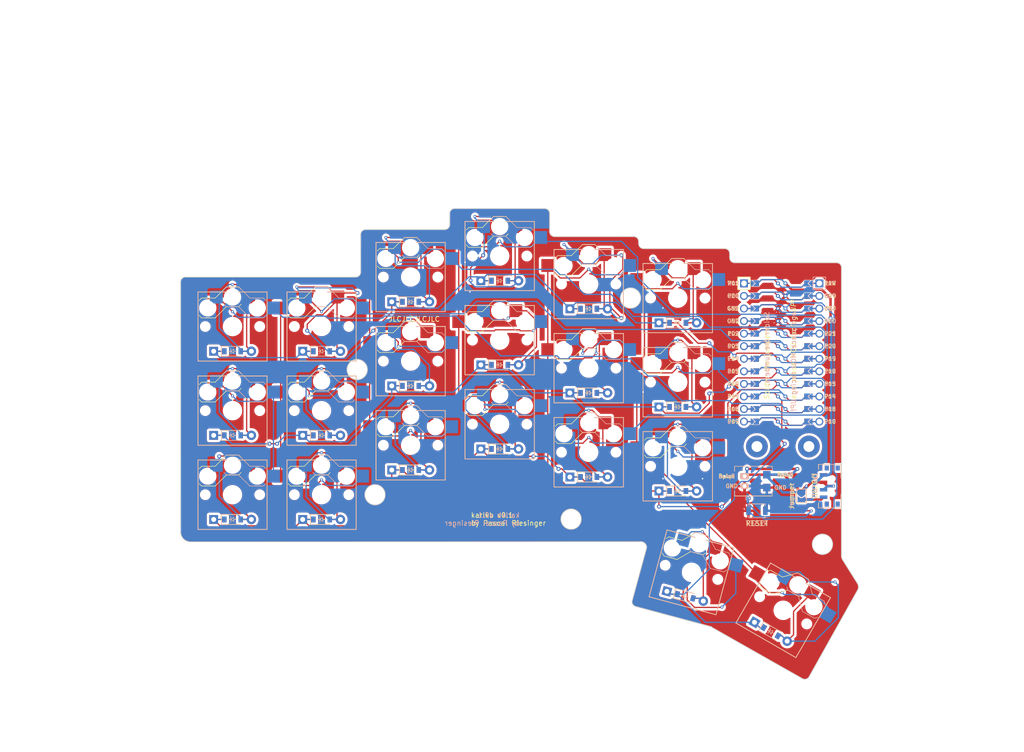
<source format=kicad_pcb>
(kicad_pcb (version 20221018) (generator pcbnew)
  (title_block (title "karlkb_6x3") (rev "v0.1") (company "Pascal Riesinger"))
  (layers (0 "F.Cu" signal) (31 "B.Cu" signal) (34 "B.Paste" user) (35 "F.Paste" user) (36 "B.SilkS" user "B.Silkscreen") (37 "F.SilkS" user "F.Silkscreen") (38 "B.Mask" user) (39 "F.Mask" user) (44 "Edge.Cuts" user))
  (net 0 "")
  (net 1 "outer_bottom")
  (net 2 "P16")
  (net 3 "outer_home")
  (net 4 "outer_top")
  (net 5 "pinky_bottom")
  (net 6 "P20")
  (net 7 "pinky_home")
  (net 8 "pinky_top")
  (net 9 "ring_bottom")
  (net 10 "P19")
  (net 11 "ring_home")
  (net 12 "ring_top")
  (net 13 "middle_bottom")
  (net 14 "P18")
  (net 15 "middle_home")
  (net 16 "middle_top")
  (net 17 "index_bottom")
  (net 18 "P15")
  (net 19 "index_home")
  (net 20 "index_top")
  (net 21 "inner_bottom")
  (net 22 "P14")
  (net 23 "inner_home")
  (net 24 "inner_top")
  (net 25 "home_thumb")
  (net 26 "far_thumb")
  (net 27 "P6")
  (net 28 "P5")
  (net 29 "P4")
  (net 30 "P7")
  (net 31 "RAW")
  (net 32 "GND")
  (net 33 "RST")
  (net 34 "VCC")
  (net 35 "P21")
  (net 36 "P10")
  (net 37 "P1")
  (net 38 "P0")
  (net 39 "P2")
  (net 40 "P3")
  (net 41 "P8")
  (net 42 "P9")
  (net 43 "Bplus")
  (footprint "lib:bat2p0" (layer "F.Cu") (at 253.5 147.25)
    (fp_text reference "_2" hide)
    (fp_text value "" hide)
  )
  (footprint "PG1350" (layer "F.Cu") (at 204 118.75)
    (fp_text reference "S11" hide)
    (fp_text value "" hide)
  )
  (footprint "Button_Switch_SMD:SW_SPST_B3U-1000P" (layer "F.Cu") (at 256 153.25)
    (fp_text reference "_4_F" hide)
    (fp_text value "SW_Push")
  )
  (footprint "PG1350" (layer "F.Cu") (at 242.773279 165.684854 -15)
    (fp_text reference "S19" hide)
    (fp_text value "" hide)
  )
  (footprint "Button_Switch_SMD:SW_SPDT_PCM12" (layer "F.Cu") (at 270.9 148.25 90)
    (fp_text reference "_3" hide)
    (fp_text value "")
  )
  (footprint "Diode_SMD:SOD-123" (layer "F.Cu") (at 168 121)
    (fp_text reference "D6" hide)
    (fp_text value "D_SOD-123")
  )
  (footprint "Diode_SMD:SOD-123" (layer "F.Cu") (at 240 115.25)
    (fp_text reference "D18" hide)
    (fp_text value "D_SOD-123")
  )
  (footprint "PG1350" (layer "F.Cu") (at 222 124.416667)
    (fp_text reference "S14" hide)
    (fp_text value "" hide)
  )
  (footprint "ProMicro" (layer "F.Cu") (at 261 121.25 -90)
    (fp_text reference "MCU1" hide)
    (fp_text value "")
  )
  (footprint "Diode_SMD:SOD-123" (layer "F.Cu") (at 240 149.25)
    (fp_text reference "D16" hide)
    (fp_text value "D_SOD-123")
  )
  (footprint "Through Hole" (layer "F.Cu") (at 256 140.25)
    (fp_text reference "_73" hide)
    (fp_text value "hole" hide)
  )
  (footprint "Diode_SMD:SOD-123" (layer "F.Cu") (at 204 123.75)
    (fp_text reference "D11" hide)
    (fp_text value "D_SOD-123")
  )
  (footprint "SMDPad" (layer "F.Cu") (at 258 145.95)
    (fp_text reference "PAD1" hide)
    (fp_text value "" hide)
  )
  (footprint "Diode_SMD:SOD-123" (layer "F.Cu") (at 186 128)
    (fp_text reference "D8" hide)
    (fp_text value "D_SOD-123")
  )
  (footprint "Diode_SMD:SOD-123" (layer "F.Cu") (at 222 129.416667)
    (fp_text reference "D14" hide)
    (fp_text value "D_SOD-123")
  )
  (footprint "PG1350" (layer "F.Cu") (at 204 135.75)
    (fp_text reference "S10" hide)
    (fp_text value "" hide)
  )
  (footprint "PG1350" (layer "F.Cu") (at 186 123)
    (fp_text reference "S8" hide)
    (fp_text value "" hide)
  )
  (footprint "Diode_SMD:SOD-123" (layer "F.Cu") (at 222 112.416667)
    (fp_text reference "D15" hide)
    (fp_text value "D_SOD-123")
  )
  (footprint "Jumper:SolderJumper-2_P1.3mm_Open_TrianglePad1.0x1.5mm" (layer "F.Cu") (at 265 150.25 -90)
    (fp_text reference "J2" hide)
    (fp_text value "Jumper")
  )
  (footprint "PG1350" (layer "F.Cu") (at 186 106)
    (fp_text reference "S9" hide)
    (fp_text value "" hide)
  )
  (footprint "PG1350" (layer "F.Cu") (at 240 110.25)
    (fp_text reference "S18" hide)
    (fp_text value "" hide)
  )
  (footprint "PG1350" (layer "F.Cu") (at 204 101.75)
    (fp_text reference "S12" hide)
    (fp_text value "" hide)
  )
  (footprint "Diode_SMD:SOD-123" (layer "F.Cu") (at 204 106.75)
    (fp_text reference "D12" hide)
    (fp_text value "D_SOD-123")
  )
  (footprint "PG1350" (layer "F.Cu") (at 150 133)
    (fp_text reference "S2" hide)
    (fp_text value "" hide)
  )
  (footprint "PG1350" (layer "F.Cu") (at 240 127.25)
    (fp_text reference "S17" hide)
    (fp_text value "" hide)
  )
  (footprint "PG1350" (layer "F.Cu") (at 150 150)
    (fp_text reference "S1" hide)
    (fp_text value "" hide)
  )
  (footprint "Diode_SMD:SOD-123" (layer "F.Cu") (at 204 140.75)
    (fp_text reference "D10" hide)
    (fp_text value "D_SOD-123")
  )
  (footprint "PG1350" (layer "F.Cu") (at 186 140)
    (fp_text reference "S7" hide)
    (fp_text value "" hide)
  )
  (footprint "Diode_SMD:SOD-123" (layer "F.Cu") (at 222 146.416667)
    (fp_text reference "D13" hide)
    (fp_text value "D_SOD-123")
  )
  (footprint "PG1350" (layer "F.Cu") (at 261.310878 173.363379 -30)
    (fp_text reference "S20" hide)
    (fp_text value "" hide)
  )
  (footprint "PG1350" (layer "F.Cu") (at 168 150)
    (fp_text reference "S4" hide)
    (fp_text value "" hide)
  )
  (footprint "PG1350" (layer "F.Cu") (at 240 144.25)
    (fp_text reference "S16" hide)
    (fp_text value "" hide)
  )
  (footprint "Diode_SMD:SOD-123" (layer "F.Cu") (at 150 138)
    (fp_text reference "D2" hide)
    (fp_text value "D_SOD-123")
  )
  (footprint "Diode_SMD:SOD-123" (layer "F.Cu") (at 150 121)
    (fp_text reference "D3" hide)
    (fp_text value "D_SOD-123")
  )
  (footprint "SMDPad" (layer "F.Cu") (at 258 148.55)
    (fp_text reference "PAD2" hide)
    (fp_text value "" hide)
  )
  (footprint "Diode_SMD:SOD-123" (layer "F.Cu") (at 186 111)
    (fp_text reference "D9" hide)
    (fp_text value "D_SOD-123")
  )
  (footprint "PG1350" (layer "F.Cu") (at 222 141.416667)
    (fp_text reference "S13" hide)
    (fp_text value "" hide)
  )
  (footprint "Diode_SMD:SOD-123" (layer "F.Cu") (at 240 132.25)
    (fp_text reference "D17" hide)
    (fp_text value "D_SOD-123")
  )
  (footprint "Through Hole" (layer "F.Cu") (at 266.5 140.25)
    (fp_text reference "_74" hide)
    (fp_text value "hole" hide)
  )
  (footprint "Diode_SMD:SOD-123" (layer "F.Cu") (at 258.810878 177.693506 -30)
    (fp_text reference "D20" hide)
    (fp_text value "D_SOD-123")
  )
  (footprint "PG1350" (layer "F.Cu") (at 168 116)
    (fp_text reference "S6" hide)
    (fp_text value "" hide)
  )
  (footprint "PG1350" (layer "F.Cu") (at 150 116)
    (fp_text reference "S3" hide)
    (fp_text value "" hide)
  )
  (footprint "Diode_SMD:SOD-123" (layer "F.Cu") (at 168 155)
    (fp_text reference "D4" hide)
    (fp_text value "D_SOD-123")
  )
  (footprint "Diode_SMD:SOD-123" (layer "F.Cu") (at 150 155)
    (fp_text reference "D1" hide)
    (fp_text value "D_SOD-123")
  )
  (footprint "PG1350" (layer "F.Cu") (at 222 107.416667)
    (fp_text reference "S15" hide)
    (fp_text value "" hide)
  )
  (footprint "PG1350" (layer "F.Cu") (at 168 133)
    (fp_text reference "S5" hide)
    (fp_text value "" hide)
  )
  (footprint "Diode_SMD:SOD-123" (layer "F.Cu") (at 168 138)
    (fp_text reference "D5" hide)
    (fp_text value "D_SOD-123")
  )
  (footprint "Diode_SMD:SOD-123" (layer "F.Cu") (at 241.479184 170.514483 -15)
    (fp_text reference "D19" hide)
    (fp_text value "D_SOD-123")
  )
  (footprint "Diode_SMD:SOD-123" (layer "F.Cu") (at 186 145)
    (fp_text reference "D7" hide)
    (fp_text value "D_SOD-123")
  )
  (footprint "Button_Switch_SMD:SW_SPST_B3U-1000P" (layer "B.Cu") (at 256 153.25)
    (fp_text reference "_4_B" hide)
    (fp_text value "SW_Push")
  )
  (footprint "Jumper:SolderJumper-2_P1.3mm_Open_TrianglePad1.0x1.5mm" (layer "B.Cu") (at 265 150.25 -90)
    (fp_text reference "J1" hide)
    (fp_text value "Jumper")
  )
  (gr_line (start 251.346493 160.735107) (end 237.823532 157.11164) (stroke (width 0.15)) (layer "B.SilkS"))
  (gr_line (start 211 111.75) (end 197 111.75) (stroke (width 0.15)) (layer "B.SilkS"))
  (gr_line (start 175 140) (end 175 126) (stroke (width 0.15)) (layer "B.SilkS"))
  (gr_line (start 143 126) (end 143 140) (stroke (width 0.15)) (layer "B.SilkS"))
  (gr_line (start 143 123) (end 157 123) (stroke (width 0.15)) (layer "B.SilkS"))
  (gr_line (start 215 117.416667) (end 215 131.416667) (stroke (width 0.15)) (layer "B.SilkS"))
  (gr_line (start 161 143) (end 161 157) (stroke (width 0.15)) (layer "B.SilkS"))
  (gr_line (start 157 123) (end 157 109) (stroke (width 0.15)) (layer "B.SilkS"))
  (gr_line (start 211 94.75) (end 197 94.75) (stroke (width 0.15)) (layer "B.SilkS"))
  (gr_line (start 157 143) (end 143 143) (stroke (width 0.15)) (layer "B.SilkS"))
  (gr_line (start 175 126) (end 161 126) (stroke (width 0.15)) (layer "B.SilkS"))
  (gr_line (start 143 109) (end 143 123) (stroke (width 0.15)) (layer "B.SilkS"))
  (gr_line (start 143 140) (end 157 140) (stroke (width 0.15)) (layer "B.SilkS"))
  (gr_line (start 161 123) (end 175 123) (stroke (width 0.15)) (layer "B.SilkS"))
  (gr_line (start 179 116) (end 179 130) (stroke (width 0.15)) (layer "B.SilkS"))
  (gr_line (start 193 113) (end 193 99) (stroke (width 0.15)) (layer "B.SilkS"))
  (gr_line (start 179 113) (end 193 113) (stroke (width 0.15)) (layer "B.SilkS"))
  (gr_line (start 215 114.416667) (end 229 114.416667) (stroke (width 0.15)) (layer "B.SilkS"))
  (gr_line (start 229 134.416667) (end 215 134.416667) (stroke (width 0.15)) (layer "B.SilkS"))
  (gr_line (start 247 137.25) (end 233 137.25) (stroke (width 0.15)) (layer "B.SilkS"))
  (gr_line (start 157 109) (end 143 109) (stroke (width 0.15)) (layer "B.SilkS"))
  (gr_line (start 237.823532 157.11164) (end 234.200065 170.634602) (stroke (width 0.15)) (layer "B.SilkS"))
  (gr_line (start 247 103.25) (end 233 103.25) (stroke (width 0.15)) (layer "B.SilkS"))
  (gr_line (start 193 99) (end 179 99) (stroke (width 0.15)) (layer "B.SilkS"))
  (gr_line (start 197 111.75) (end 197 125.75) (stroke (width 0.15)) (layer "B.SilkS"))
  (gr_line (start 211 125.75) (end 211 111.75) (stroke (width 0.15)) (layer "B.SilkS"))
  (gr_line (start 229 117.416667) (end 215 117.416667) (stroke (width 0.15)) (layer "B.SilkS"))
  (gr_line (start 193 147) (end 193 133) (stroke (width 0.15)) (layer "B.SilkS"))
  (gr_line (start 197 108.75) (end 211 108.75) (stroke (width 0.15)) (layer "B.SilkS"))
  (gr_line (start 179 130) (end 193 130) (stroke (width 0.15)) (layer "B.SilkS"))
  (gr_line (start 211 128.75) (end 197 128.75) (stroke (width 0.15)) (layer "B.SilkS"))
  (gr_line (start 233 134.25) (end 247 134.25) (stroke (width 0.15)) (layer "B.SilkS"))
  (gr_line (start 233 103.25) (end 233 117.25) (stroke (width 0.15)) (layer "B.SilkS"))
  (gr_line (start 179 147) (end 193 147) (stroke (width 0.15)) (layer "B.SilkS"))
  (gr_line (start 143 143) (end 143 157) (stroke (width 0.15)) (layer "B.SilkS"))
  (gr_line (start 197 125.75) (end 211 125.75) (stroke (width 0.15)) (layer "B.SilkS"))
  (gr_line (start 161 140) (end 175 140) (stroke (width 0.15)) (layer "B.SilkS"))
  (gr_line (start 157 157) (end 157 143) (stroke (width 0.15)) (layer "B.SilkS"))
  (gr_line (start 161 126) (end 161 140) (stroke (width 0.15)) (layer "B.SilkS"))
  (gr_line (start 233 117.25) (end 247 117.25) (stroke (width 0.15)) (layer "B.SilkS"))
  (gr_line (start 193 133) (end 179 133) (stroke (width 0.15)) (layer "B.SilkS"))
  (gr_line (start 157 140) (end 157 126) (stroke (width 0.15)) (layer "B.SilkS"))
  (gr_line (start 229 100.416667) (end 215 100.416667) (stroke (width 0.15)) (layer "B.SilkS"))
  (gr_line (start 247 134.25) (end 247 120.25) (stroke (width 0.15)) (layer "B.SilkS"))
  (gr_line (start 193 116) (end 179 116) (stroke (width 0.15)) (layer "B.SilkS"))
  (gr_line (start 215 134.416667) (end 215 148.416667) (stroke (width 0.15)) (layer "B.SilkS"))
  (gr_line (start 233 151.25) (end 247 151.25) (stroke (width 0.15)) (layer "B.SilkS"))
  (gr_line (start 175 109) (end 161 109) (stroke (width 0.15)) (layer "B.SilkS"))
  (gr_line (start 161 109) (end 161 123) (stroke (width 0.15)) (layer "B.SilkS"))
  (gr_line (start 247 117.25) (end 247 103.25) (stroke (width 0.15)) (layer "B.SilkS"))
  (gr_line (start 247 120.25) (end 233 120.25) (stroke (width 0.15)) (layer "B.SilkS"))
  (gr_line (start 215 100.416667) (end 215 114.416667) (stroke (width 0.15)) (layer "B.SilkS"))
  (gr_line (start 215 148.416667) (end 229 148.416667) (stroke (width 0.15)) (layer "B.SilkS"))
  (gr_line (start 233 120.25) (end 233 134.25) (stroke (width 0.15)) (layer "B.SilkS"))
  (gr_line (start 211 108.75) (end 211 94.75) (stroke (width 0.15)) (layer "B.SilkS"))
  (gr_line (start 229 148.416667) (end 229 134.416667) (stroke (width 0.15)) (layer "B.SilkS"))
  (gr_line (start 143 157) (end 157 157) (stroke (width 0.15)) (layer "B.SilkS"))
  (gr_line (start 179 133) (end 179 147) (stroke (width 0.15)) (layer "B.SilkS"))
  (gr_line (start 193 130) (end 193 116) (stroke (width 0.15)) (layer "B.SilkS"))
  (gr_line (start 270.873056 170.801201) (end 258.7487 163.801201) (stroke (width 0.15)) (layer "B.SilkS"))
  (gr_line (start 263.873056 182.925557) (end 270.873056 170.801201) (stroke (width 0.15)) (layer "B.SilkS"))
  (gr_line (start 175 123) (end 175 109) (stroke (width 0.15)) (layer "B.SilkS"))
  (gr_line (start 247 151.25) (end 247 137.25) (stroke (width 0.15)) (layer "B.SilkS"))
  (gr_line (start 251.7487 175.925557) (end 263.873056 182.925557) (stroke (width 0.15)) (layer "B.SilkS"))
  (gr_line (start 197 142.75) (end 211 142.75) (stroke (width 0.15)) (layer "B.SilkS"))
  (gr_line (start 211 142.75) (end 211 128.75) (stroke (width 0.15)) (layer "B.SilkS"))
  (gr_line (start 179 99) (end 179 113) (stroke (width 0.15)) (layer "B.SilkS"))
  (gr_line (start 234.200065 170.634602) (end 247.723027 174.258068) (stroke (width 0.15)) (layer "B.SilkS"))
  (gr_line (start 233 137.25) (end 233 151.25) (stroke (width 0.15)) (layer "B.SilkS"))
  (gr_line (start 157 126) (end 143 126) (stroke (width 0.15)) (layer "B.SilkS"))
  (gr_line (start 197 128.75) (end 197 142.75) (stroke (width 0.15)) (layer "B.SilkS"))
  (gr_line (start 229 114.416667) (end 229 100.416667) (stroke (width 0.15)) (layer "B.SilkS"))
  (gr_line (start 197 94.75) (end 197 108.75) (stroke (width 0.15)) (layer "B.SilkS"))
  (gr_line (start 161 157) (end 175 157) (stroke (width 0.15)) (layer "B.SilkS"))
  (gr_line (start 247.723027 174.258068) (end 251.346493 160.735107) (stroke (width 0.15)) (layer "B.SilkS"))
  (gr_line (start 229 131.416667) (end 229 117.416667) (stroke (width 0.15)) (layer "B.SilkS"))
  (gr_line (start 215 131.416667) (end 229 131.416667) (stroke (width 0.15)) (layer "B.SilkS"))
  (gr_line (start 175 157) (end 175 143) (stroke (width 0.15)) (layer "B.SilkS"))
  (gr_line (start 175 143) (end 161 143) (stroke (width 0.15)) (layer "B.SilkS"))
  (gr_line (start 258.7487 163.801201) (end 251.7487 175.925557) (stroke (width 0.15)) (layer "B.SilkS"))
  (gr_line (start 143 140) (end 157 140) (stroke (width 0.15)) (layer "F.SilkS"))
  (gr_line (start 161 157) (end 175 157) (stroke (width 0.15)) (layer "F.SilkS"))
  (gr_line (start 229 117.416667) (end 215 117.416667) (stroke (width 0.15)) (layer "F.SilkS"))
  (gr_line (start 247 120.25) (end 233 120.25) (stroke (width 0.15)) (layer "F.SilkS"))
  (gr_line (start 143 109) (end 143 123) (stroke (width 0.15)) (layer "F.SilkS"))
  (gr_line (start 197 94.75) (end 197 108.75) (stroke (width 0.15)) (layer "F.SilkS"))
  (gr_line (start 247 117.25) (end 247 103.25) (stroke (width 0.15)) (layer "F.SilkS"))
  (gr_line (start 229 114.416667) (end 229 100.416667) (stroke (width 0.15)) (layer "F.SilkS"))
  (gr_line (start 193 116) (end 179 116) (stroke (width 0.15)) (layer "F.SilkS"))
  (gr_line (start 234.200065 170.634602) (end 247.723027 174.258068) (stroke (width 0.15)) (layer "F.SilkS"))
  (gr_line (start 233 151.25) (end 247 151.25) (stroke (width 0.15)) (layer "F.SilkS"))
  (gr_line (start 233 120.25) (end 233 134.25) (stroke (width 0.15)) (layer "F.SilkS"))
  (gr_line (start 233 103.25) (end 233 117.25) (stroke (width 0.15)) (layer "F.SilkS"))
  (gr_line (start 211 128.75) (end 197 128.75) (stroke (width 0.15)) (layer "F.SilkS"))
  (gr_line (start 258.7487 163.801201) (end 251.7487 175.925557) (stroke (width 0.15)) (layer "F.SilkS"))
  (gr_line (start 247 137.25) (end 233 137.25) (stroke (width 0.15)) (layer "F.SilkS"))
  (gr_line (start 251.7487 175.925557) (end 263.873056 182.925557) (stroke (width 0.15)) (layer "F.SilkS"))
  (gr_line (start 161 140) (end 175 140) (stroke (width 0.15)) (layer "F.SilkS"))
  (gr_line (start 175 143) (end 161 143) (stroke (width 0.15)) (layer "F.SilkS"))
  (gr_line (start 175 109) (end 161 109) (stroke (width 0.15)) (layer "F.SilkS"))
  (gr_line (start 143 123) (end 157 123) (stroke (width 0.15)) (layer "F.SilkS"))
  (gr_line (start 233 137.25) (end 233 151.25) (stroke (width 0.15)) (layer "F.SilkS"))
  (gr_line (start 157 109) (end 143 109) (stroke (width 0.15)) (layer "F.SilkS"))
  (gr_line (start 197 111.75) (end 197 125.75) (stroke (width 0.15)) (layer "F.SilkS"))
  (gr_line (start 143 126) (end 143 140) (stroke (width 0.15)) (layer "F.SilkS"))
  (gr_line (start 215 117.416667) (end 215 131.416667) (stroke (width 0.15)) (layer "F.SilkS"))
  (gr_line (start 161 126) (end 161 140) (stroke (width 0.15)) (layer "F.SilkS"))
  (gr_line (start 233 134.25) (end 247 134.25) (stroke (width 0.15)) (layer "F.SilkS"))
  (gr_line (start 179 133) (end 179 147) (stroke (width 0.15)) (layer "F.SilkS"))
  (gr_line (start 157 143) (end 143 143) (stroke (width 0.15)) (layer "F.SilkS"))
  (gr_line (start 215 134.416667) (end 215 148.416667) (stroke (width 0.15)) (layer "F.SilkS"))
  (gr_line (start 215 131.416667) (end 229 131.416667) (stroke (width 0.15)) (layer "F.SilkS"))
  (gr_line (start 247.723027 174.258068) (end 251.346493 160.735107) (stroke (width 0.15)) (layer "F.SilkS"))
  (gr_line (start 193 147) (end 193 133) (stroke (width 0.15)) (layer "F.SilkS"))
  (gr_line (start 193 130) (end 193 116) (stroke (width 0.15)) (layer "F.SilkS"))
  (gr_line (start 197 125.75) (end 211 125.75) (stroke (width 0.15)) (layer "F.SilkS"))
  (gr_line (start 247 151.25) (end 247 137.25) (stroke (width 0.15)) (layer "F.SilkS"))
  (gr_line (start 193 113) (end 193 99) (stroke (width 0.15)) (layer "F.SilkS"))
  (gr_line (start 143 157) (end 157 157) (stroke (width 0.15)) (layer "F.SilkS"))
  (gr_line (start 215 114.416667) (end 229 114.416667) (stroke (width 0.15)) (layer "F.SilkS"))
  (gr_line (start 247 103.25) (end 233 103.25) (stroke (width 0.15)) (layer "F.SilkS"))
  (gr_line (start 211 125.75) (end 211 111.75) (stroke (width 0.15)) (layer "F.SilkS"))
  (gr_line (start 229 100.416667) (end 215 100.416667) (stroke (width 0.15)) (layer "F.SilkS"))
  (gr_line (start 237.823532 157.11164) (end 234.200065 170.634602) (stroke (width 0.15)) (layer "F.SilkS"))
  (gr_line (start 175 123) (end 175 109) (stroke (width 0.15)) (layer "F.SilkS"))
  (gr_line (start 229 148.416667) (end 229 134.416667) (stroke (width 0.15)) (layer "F.SilkS"))
  (gr_line (start 229 134.416667) (end 215 134.416667) (stroke (width 0.15)) (layer "F.SilkS"))
  (gr_line (start 179 147) (end 193 147) (stroke (width 0.15)) (layer "F.SilkS"))
  (gr_line (start 157 126) (end 143 126) (stroke (width 0.15)) (layer "F.SilkS"))
  (gr_line (start 211 94.75) (end 197 94.75) (stroke (width 0.15)) (layer "F.SilkS"))
  (gr_line (start 251.346493 160.735107) (end 237.823532 157.11164) (stroke (width 0.15)) (layer "F.SilkS"))
  (gr_line (start 179 130) (end 193 130) (stroke (width 0.15)) (layer "F.SilkS"))
  (gr_line (start 175 126) (end 161 126) (stroke (width 0.15)) (layer "F.SilkS"))
  (gr_line (start 143 143) (end 143 157) (stroke (width 0.15)) (layer "F.SilkS"))
  (gr_line (start 179 99) (end 179 113) (stroke (width 0.15)) (layer "F.SilkS"))
  (gr_line (start 161 143) (end 161 157) (stroke (width 0.15)) (layer "F.SilkS"))
  (gr_line (start 211 108.75) (end 211 94.75) (stroke (width 0.15)) (layer "F.SilkS"))
  (gr_line (start 215 100.416667) (end 215 114.416667) (stroke (width 0.15)) (layer "F.SilkS"))
  (gr_line (start 161 109) (end 161 123) (stroke (width 0.15)) (layer "F.SilkS"))
  (gr_line (start 179 113) (end 193 113) (stroke (width 0.15)) (layer "F.SilkS"))
  (gr_line (start 179 116) (end 179 130) (stroke (width 0.15)) (layer "F.SilkS"))
  (gr_line (start 233 117.25) (end 247 117.25) (stroke (width 0.15)) (layer "F.SilkS"))
  (gr_line (start 161 123) (end 175 123) (stroke (width 0.15)) (layer "F.SilkS"))
  (gr_line (start 175 157) (end 175 143) (stroke (width 0.15)) (layer "F.SilkS"))
  (gr_line (start 197 108.75) (end 211 108.75) (stroke (width 0.15)) (layer "F.SilkS"))
  (gr_line (start 197 128.75) (end 197 142.75) (stroke (width 0.15)) (layer "F.SilkS"))
  (gr_line (start 247 134.25) (end 247 120.25) (stroke (width 0.15)) (layer "F.SilkS"))
  (gr_line (start 211 111.75) (end 197 111.75) (stroke (width 0.15)) (layer "F.SilkS"))
  (gr_line (start 215 148.416667) (end 229 148.416667) (stroke (width 0.15)) (layer "F.SilkS"))
  (gr_line (start 193 133) (end 179 133) (stroke (width 0.15)) (layer "F.SilkS"))
  (gr_line (start 263.873056 182.925557) (end 270.873056 170.801201) (stroke (width 0.15)) (layer "F.SilkS"))
  (gr_line (start 157 157) (end 157 143) (stroke (width 0.15)) (layer "F.SilkS"))
  (gr_line (start 197 142.75) (end 211 142.75) (stroke (width 0.15)) (layer "F.SilkS"))
  (gr_line (start 229 131.416667) (end 229 117.416667) (stroke (width 0.15)) (layer "F.SilkS"))
  (gr_line (start 270.873056 170.801201) (end 258.7487 163.801201) (stroke (width 0.15)) (layer "F.SilkS"))
  (gr_line (start 175 140) (end 175 126) (stroke (width 0.15)) (layer "F.SilkS"))
  (gr_line (start 157 140) (end 157 126) (stroke (width 0.15)) (layer "F.SilkS"))
  (gr_line (start 193 99) (end 179 99) (stroke (width 0.15)) (layer "F.SilkS"))
  (gr_line (start 157 123) (end 157 109) (stroke (width 0.15)) (layer "F.SilkS"))
  (gr_line (start 211 142.75) (end 211 128.75) (stroke (width 0.15)) (layer "F.SilkS"))
  (gr_arc (start 233.1 100.25) (mid 232.392893 99.957107) (end 232.1 99.25) (stroke (width 0.15)) (layer "Edge.Cuts"))
  (gr_line (start 272.1 103.1) (end 251.5 103.1) (stroke (width 0.15)) (layer "Edge.Cuts"))
  (gr_arc (start 266.542666 186.812604) (mid 265.935459 187.278523) (end 265.17664 187.178629) (stroke (width 0.15)) (layer "Edge.Cuts"))
  (gr_circle (center 218.44 154.94) (end 220.49 154.94) (stroke (width 0.15)) (fill none) (layer "Edge.Cuts"))
  (gr_line (start 250.5 102.1) (end 250.5 101.25) (stroke (width 0.15)) (layer "Edge.Cuts"))
  (gr_line (start 214.1 93.15) (end 214.1 96.816667) (stroke (width 0.15)) (layer "Edge.Cuts"))
  (gr_line (start 276.457831 169.096436) (end 266.542666 186.812604) (stroke (width 0.15)) (layer "Edge.Cuts"))
  (gr_arc (start 175.9 97.4) (mid 176.192893 96.692893) (end 176.9 96.4) (stroke (width 0.15)) (layer "Edge.Cuts"))
  (gr_line (start 231.498691 172.602489) (end 246.825638 176.709332) (stroke (width 0.15)) (layer "Edge.Cuts"))
  (gr_arc (start 193.9 95.4) (mid 193.607107 96.107107) (end 192.9 96.4) (stroke (width 0.15)) (layer "Edge.Cuts"))
  (gr_arc (start 193.9 93.15) (mid 194.192893 92.442893) (end 194.9 92.15) (stroke (width 0.15)) (layer "Edge.Cuts"))
  (gr_arc (start 232.588653 159.492394) (mid 233.463368 159.951669) (end 233.64795 160.922231) (stroke (width 0.15)) (layer "Edge.Cuts"))
  (gr_arc (start 213.1 92.15) (mid 213.807107 92.442893) (end 214.1 93.15) (stroke (width 0.15)) (layer "Edge.Cuts"))
  (gr_arc (start 272.1 103.1) (mid 272.807107 103.392893) (end 273.1 104.1) (stroke (width 0.15)) (layer "Edge.Cuts"))
  (gr_line (start 193.9 95.4) (end 193.9 93.15) (stroke (width 0.15)) (layer "Edge.Cuts"))
  (gr_line (start 139.51125 157.526273) (end 139.5 107) (stroke (width 0.15)) (layer "Edge.Cuts"))
  (gr_line (start 232.588653 159.492394) (end 141.51125 159.525414) (stroke (width 0.15)) (layer "Edge.Cuts"))
  (gr_arc (start 249.5 100.25) (mid 250.207107 100.542893) (end 250.5 101.25) (stroke (width 0.15)) (layer "Edge.Cuts"))
  (gr_line (start 140.5 106) (end 174.9 106) (stroke (width 0.15)) (layer "Edge.Cuts"))
  (gr_line (start 194.9 92.15) (end 213.1 92.15) (stroke (width 0.15)) (layer "Edge.Cuts"))
  (gr_arc (start 175.9 105) (mid 175.607107 105.707107) (end 174.9 106) (stroke (width 0.15)) (layer "Edge.Cuts"))
  (gr_arc (start 231.498691 172.602489) (mid 230.891498 172.136564) (end 230.791584 171.377744) (stroke (width 0.15)) (layer "Edge.Cuts"))
  (gr_circle (center 269.24 160.02) (end 271.29 160.02) (stroke (width 0.15)) (fill none) (layer "Edge.Cuts"))
  (gr_line (start 232.1 98.816667) (end 232.1 99.25) (stroke (width 0.15)) (layer "Edge.Cuts"))
  (gr_line (start 273.40316 163.277252) (end 276.288646 167.879209) (stroke (width 0.15)) (layer "Edge.Cuts"))
  (gr_arc (start 215.1 97.816667) (mid 214.392905 97.523772) (end 214.1 96.816667) (stroke (width 0.15)) (layer "Edge.Cuts"))
  (gr_line (start 233.1 100.25) (end 249.5 100.25) (stroke (width 0.15)) (layer "Edge.Cuts"))
  (gr_arc (start 231.1 97.816667) (mid 231.807118 98.109558) (end 232.1 98.816667) (stroke (width 0.15)) (layer "Edge.Cuts"))
  (gr_arc (start 139.5 107) (mid 139.792893 106.292893) (end 140.5 106) (stroke (width 0.15)) (layer "Edge.Cuts"))
  (gr_line (start 176.9 96.4) (end 192.9 96.4) (stroke (width 0.15)) (layer "Edge.Cuts"))
  (gr_circle (center 178.8 150) (end 180.85 150) (stroke (width 0.15)) (fill none) (layer "Edge.Cuts"))
  (gr_line (start 230.791584 171.377744) (end 233.641417 160.933051) (stroke (width 0.15)) (layer "Edge.Cuts"))
  (gr_line (start 215.1 97.816667) (end 231.1 97.816667) (stroke (width 0.15)) (layer "Edge.Cuts"))
  (gr_arc (start 276.288646 167.879209) (mid 276.522165 168.467123) (end 276.457831 169.096436) (stroke (width 0.15)) (layer "Edge.Cuts"))
  (gr_circle (center 175.2 124.7) (end 177.25 124.7) (stroke (width 0.15)) (fill none) (layer "Edge.Cuts"))
  (gr_arc (start 251.5 103.1) (mid 250.792893 102.807107) (end 250.5 102.1) (stroke (width 0.15)) (layer "Edge.Cuts"))
  (gr_line (start 175.9 105) (end 175.9 97.4) (stroke (width 0.15)) (layer "Edge.Cuts"))
  (gr_circle (center 230.46 110.25) (end 232.51 110.25) (stroke (width 0.15)) (fill none) (layer "Edge.Cuts"))
  (gr_line (start 265.17664 187.178629) (end 246.857804 176.796838) (stroke (width 0.15)) (layer "Edge.Cuts"))
  (gr_line (start 246.857804 176.796838) (end 246.825638 176.709332) (stroke (width 0.15)) (layer "Edge.Cuts"))
  (gr_arc (start 273.40316 163.277252) (mid 273.220196 162.931901) (end 273.099982 162.560025) (stroke (width 0.15)) (layer "Edge.Cuts"))
  (gr_arc (start 141.51125 159.525414) (mid 140.09734 158.939931) (end 139.51125 157.526273) (stroke (width 0.15)) (layer "Edge.Cuts"))
  (gr_line (start 273.099982 162.560025) (end 273.1 104.1) (stroke (width 0.15)) (layer "Edge.Cuts"))
  (gr_text "Solder the jumpers," (at 258 112.85 90) (layer "B.SilkS") (effects (font (size 1 1) (thickness 0.15) italic) (justify left mirror)))
  (gr_text "karlkb v0.1\nby Pascal Riesinger" (at 208.12 154.94) (layer "B.SilkS") (effects (font (size 1 1)) (justify left mirror)))
  (gr_text "and place MCU facing UP!" (at 263.4 112.85 90) (layer "B.SilkS") (effects (font (size 1 1) (thickness 0.15) italic) (justify left mirror)))
  (gr_text "JLCJLCJLCJLC" (at 181.5 114.5) (layer "F.SilkS") (effects (font (size 1 1)) (justify left)))
  (gr_text "and place MCU facing UP!" (at 263.4 130.85 90) (layer "F.SilkS") (effects (font (size 1 1) (thickness 0.15) italic) (justify left)))
  (gr_text "karlkb v0.1\nby Pascal Riesinger" (at 198.12 154.94) (layer "F.SilkS") (effects (font (size 1 1)) (justify left)))
  (gr_text "Solder the jumpers," (at 258 130.85 90) (layer "F.SilkS") (effects (font (size 1 1) (thickness 0.15) italic) (justify left)))
  (segment (start 153.275 144.05) (end 151.4 142.175) (width 0.25) (layer "F.Cu") (net 1))
  (segment (start 153.275 144.05) (end 152.8575 144.4675) (width 0.25) (layer "F.Cu") (net 1))
  (segment (start 152.8575 144.4675) (end 152.8575 154.0475) (width 0.25) (layer "F.Cu") (net 1))
  (segment (start 152.8575 154.0475) (end 153.81 155) (width 0.25) (layer "F.Cu") (net 1))
  (segment (start 147.385 142.175) (end 147.32 142.24) (width 0.25) (layer "F.Cu") (net 1))
  (segment (start 153.81 155) (end 151.65 155) (width 0.25) (layer "F.Cu") (net 1))
  (segment (start 151.4 142.175) (end 147.385 142.175) (width 0.25) (layer "F.Cu") (net 1))
  (via (at 147.32 142.24) (size 0.8) (drill 0.4) (layers "F.Cu" "B.Cu") (net 1))
  (segment (start 147.32 150.274999) (end 147.32 144.645) (width 0.25) (layer "B.Cu") (net 1))
  (segment (start 147.32 142.24) (end 147.32 143.455) (width 0.25) (layer "B.Cu") (net 1))
  (segment (start 153.81 155) (end 152.045001 155) (width 0.25) (layer "B.Cu") (net 1))
  (segment (start 151.65 155) (end 153.81 155) (width 0.25) (layer "B.Cu") (net 1))
  (segment (start 152.045001 155) (end 147.32 150.274999) (width 0.25) (layer "B.Cu") (net 1))
  (segment (start 147.32 144.645) (end 146.725 144.05) (width 0.25) (layer "B.Cu") (net 1))
  (segment (start 147.32 143.455) (end 146.725 144.05) (width 0.25) (layer "B.Cu") (net 1))
  (segment (start 143.6 110.375) (end 147.375 110.375) (width 0.25) (layer "F.Cu") (net 2))
  (segment (start 141.725 112.25) (end 141.725 129.25) (width 0.25) (layer "F.Cu") (net 2))
  (segment (start 141.725 112.25) (end 143.6 110.375) (width 0.25) (layer "F.Cu") (net 2))
  (segment (start 141.725 129.25) (end 141.725 146.25) (width 0.25) (layer "F.Cu") (net 2))
  (segment (start 143.6 127.375) (end 147.375 127.375) (width 0.25) (layer "F.Cu") (net 2))
  (segment (start 141.725 129.25) (end 143.6 127.375) (width 0.25) (layer "F.Cu") (net 2))
  (segment (start 147.375 127.375) (end 150 130) (width 0.25) (layer "F.Cu") (net 2))
  (segment (start 147.375 110.375) (end 150 113) (width 0.25) (layer "F.Cu") (net 2))
  (via (at 150 113) (size 0.6) (drill 0.3) (layers "F.Cu" "B.Cu") (net 2))
  (via (at 150 130) (size 0.6) (drill 0.3) (layers "F.Cu" "B.Cu") (net 2))
  (segment (start 156.4 131.125) (end 158.275 129.25) (width 0.25) (layer "B.Cu") (net 2))
  (segment (start 240.767501 130.9725) (end 250.3525 130.9725) (width 0.25) (layer "B.Cu") (net 2))
  (segment (start 260.637 131.555) (end 261.762 132.68) (width 0.25) (layer "B.Cu") (net 2))
  (segment (start 233.992216 126.0241) (end 235.819101 126.0241) (width 0.25) (layer "B.Cu") (net 2))
  (segment (start 226.22335 122.541667) (end 230.509783 122.541667) (width 0.25) (layer "B.Cu") (net 2))
  (segment (start 225.72335 122.041667) (end 226.22335 122.541667) (width 0.25) (layer "B.Cu") (net 2))
  (segment (start 204.215001 121.92) (end 215.601683 121.92) (width 0.25) (layer "B.Cu") (net 2))
  (segment (start 156.4 114.125) (end 151.125 114.125) (width 0.25) (layer "B.Cu") (net 2))
  (segment (start 163.99115 113.9105) (end 168.865499 113.9105) (width 0.25) (layer "B.Cu") (net 2))
  (segment (start 158.275 129.25) (end 158.275 146.25) (width 0.25) (layer "B.Cu") (net 2))
  (segment (start 163.77665 114.125) (end 163.99115 113.9105) (width 0.25) (layer "B.Cu") (net 2))
  (segment (start 230.509783 122.541667) (end 233.992216 126.0241) (width 0.25) (layer "B.Cu") (net 2))
  (segment (start 150 130) (end 151.125 131.125) (width 0.25) (layer "B.Cu") (net 2))
  (segment (start 158.275 112.25) (end 156.4 114.125) (width 0.25) (layer "B.Cu") (net 2))
  (segment (start 158.275 112.25) (end 160.15 114.125) (width 0.25) (layer "B.Cu") (net 2))
  (segment (start 218.27665 122.041667) (end 225.72335 122.041667) (width 0.25) (layer "B.Cu") (net 2))
  (segment (start 216.22335 122.541667) (end 217.77665 122.541667) (width 0.25) (layer "B.Cu") (net 2))
  (segment (start 169.254999 114.3) (end 180.34 114.3) (width 0.25) (layer "B.Cu") (net 2))
  (segment (start 250.3525 130.9725) (end 250.935 131.555) (width 0.25) (layer "B.Cu") (net 2))
  (segment (start 217.77665 122.541667) (end 218.27665 122.041667) (width 0.25) (layer "B.Cu") (net 2))
  (segment (start 199.170001 116.875) (end 204.215001 121.92) (width 0.25) (layer "B.Cu") (net 2))
  (segment (start 235.819101 126.0241) (end 240.767501 130.9725) (width 0.25) (layer "B.Cu") (net 2))
  (segment (start 215.601683 121.92) (end 216.22335 122.541667) (width 0.25) (layer "B.Cu") (net 2))
  (segment (start 151.125 114.125) (end 150 113) (width 0.25) (layer "B.Cu") (net 2))
  (segment (start 160.15 114.125) (end 163.77665 114.125) (width 0.25) (layer "B.Cu") (net 2))
  (segment (start 180.34 114.3) (end 180.765 113.875) (width 0.25) (layer "B.Cu") (net 2))
  (segment (start 198.155 116.875) (end 199.170001 116.875) (width 0.25) (layer "B.Cu") (net 2))
  (segment (start 250.935 131.555) (end 260.637 131.555) (width 0.25) (layer "B.Cu") (net 2))
  (segment (start 168.865499 113.9105) (end 169.254999 114.3) (width 0.25) (layer "B.Cu") (net 2))
  (segment (start 195.155 113.875) (end 198.155 116.875) (width 0.25) (layer "B.Cu") (net 2))
  (segment (start 180.765 113.875) (end 195.155 113.875) (width 0.25) (layer "B.Cu") (net 2))
  (segment (start 151.125 131.125) (end 156.4 131.125) (width 0.25) (layer "B.Cu") (net 2))
  (segment (start 153.81 138) (end 151.65 138) (width 0.25) (layer "F.Cu") (net 3))
  (segment (start 153.275 127.05) (end 152.8575 127.4675) (width 0.25) (layer "F.Cu") (net 3))
  (segment (start 150.725 124.5) (end 150 124.5) (width 0.25) (layer "F.Cu") (net 3))
  (segment (start 152.8575 137.0475) (end 153.81 138) (width 0.25) (layer "F.Cu") (net 3))
  (segment (start 152.8575 127.4675) (end 152.8575 137.0475) (width 0.25) (layer "F.Cu") (net 3))
  (segment (start 153.275 127.05) (end 150.725 124.5) (width 0.25) (layer "F.Cu") (net 3))
  (via (at 150 124.5) (size 0.6) (drill 0.3) (layers "F.Cu" "B.Cu") (net 3))
  (segment (start 153.81 138) (end 152.045001 138) (width 0.25) (layer "B.Cu") (net 3))
  (segment (start 146.725 127.05) (end 149.275 124.5) (width 0.25) (layer "B.Cu") (net 3))
  (segment (start 151.65 138) (end 153.81 138) (width 0.25) (layer "B.Cu") (net 3))
  (segment (start 149.275 124.5) (end 150 124.5) (width 0.25) (layer "B.Cu") (net 3))
  (segment (start 152.045001 138) (end 147.32 133.274999) (width 0.25) (layer "B.Cu") (net 3))
  (segment (start 147.32 127.645) (end 146.725 127.05) (width 0.25) (layer "B.Cu") (net 3))
  (segment (start 147.32 133.274999) (end 147.32 127.645) (width 0.25) (layer "B.Cu") (net 3))
  (segment (start 150.725 107.5) (end 150 107.5) (width 0.25) (layer "F.Cu") (net 4))
  (segment (start 152.8575 110.4675) (end 152.8575 120.0475) (width 0.25) (layer "F.Cu") (net 4))
  (segment (start 152.8575 120.0475) (end 153.81 121) (width 0.25) (layer "F.Cu") (net 4))
  (segment (start 153.81 121) (end 151.65 121) (width 0.25) (layer "F.Cu") (net 4))
  (segment (start 153.275 110.05) (end 150.725 107.5) (width 0.25) (layer "F.Cu") (net 4))
  (segment (start 153.275 110.05) (end 152.8575 110.4675) (width 0.25) (layer "F.Cu") (net 4))
  (via (at 150 107.5) (size 0.6) (drill 0.3) (layers "F.Cu" "B.Cu") (net 4))
  (segment (start 151.65 121) (end 153.81 121) (width 0.25) (layer "B.Cu") (net 4))
  (segment (start 146.725 110.05) (end 149.275 107.5) (width 0.25) (layer "B.Cu") (net 4))
  (segment (start 153.81 121) (end 152.045001 121) (width 0.25) (layer "B.Cu") (net 4))
  (segment (start 147.32 116.274999) (end 147.32 110.645) (width 0.25) (layer "B.Cu") (net 4))
  (segment (start 147.32 110.645) (end 146.725 110.05) (width 0.25) (layer "B.Cu") (net 4))
  (segment (start 152.045001 121) (end 147.32 116.274999) (width 0.25) (layer "B.Cu") (net 4))
  (segment (start 149.275 107.5) (end 150 107.5) (width 0.25) (layer "B.Cu") (net 4))
  (segment (start 171.125 144.2) (end 171.125 154.315) (width 0.25) (layer "F.Cu") (net 5))
  (segment (start 168.725 141.5) (end 168 141.5) (width 0.25) (layer "F.Cu") (net 5))
  (segment (start 171.125 154.315) (end 171.81 155) (width 0.25) (layer "F.Cu") (net 5))
  (segment (start 171.275 144.05) (end 171.125 144.2) (width 0.25) (layer "F.Cu") (net 5))
  (segment (start 171.275 144.05) (end 168.725 141.5) (width 0.25) (layer "F.Cu") (net 5))
  (segment (start 171.81 155) (end 169.65 155) (width 0.25) (layer "F.Cu") (net 5))
  (via (at 168 141.5) (size 0.6) (drill 0.3) (layers "F.Cu" "B.Cu") (net 5))
  (segment (start 169.65 155) (end 171.81 155) (width 0.25) (layer "B.Cu") (net 5))
  (segment (start 167.275 141.5) (end 164.725 144.05) (width 0.25) (layer "B.Cu") (net 5))
  (segment (start 164.875 150.44) (end 164.875 144.2) (width 0.25) (layer "B.Cu") (net 5))
  (segment (start 171.81 155) (end 169.435 155) (width 0.25) (layer "B.Cu") (net 5))
  (segment (start 164.875 144.2) (end 164.725 144.05) (width 0.25) (layer "B.Cu") (net 5))
  (segment (start 169.435 155) (end 164.875 150.44) (width 0.25) (layer "B.Cu") (net 5))
  (segment (start 168 141.5) (end 167.275 141.5) (width 0.25) (layer "B.Cu") (net 5))
  (segment (start 161.6 127.375) (end 163.77665 127.375) (width 0.25) (layer "F.Cu") (net 6))
  (segment (start 159.725 112.25) (end 161.6 110.375) (width 0.25) (layer "F.Cu") (net 6))
  (segment (start 165.375 110.375) (end 168 113) (width 0.25) (layer "F.Cu") (net 6))
  (segment (start 161.6 110.375) (end 165.375 110.375) (width 0.25) (layer "F.Cu") (net 6))
  (segment (start 159.725 129.25) (end 159.725 146.25) (width 0.25) (layer "F.Cu") (net 6))
  (segment (start 165.5 129.09835) (end 165.5 130) (width 0.25) (layer "F.Cu") (net 6))
  (segment (start 159.725 146.25) (end 161.6 148.125) (width 0.25) (layer "F.Cu") (net 6))
  (segment (start 159.725 129.25) (end 161.6 127.375) (width 0.25) (layer "F.Cu") (net 6))
  (segment (start 161.6 148.125) (end 166.875 148.125) (width 0.25) (layer "F.Cu") (net 6))
  (segment (start 159.725 112.25) (end 159.725 129.25) (width 0.25) (layer "F.Cu") (net 6))
  (segment (start 166.875 148.125) (end 168 147) (width 0.25) (layer "F.Cu") (net 6))
  (segment (start 163.77665 127.375) (end 165.5 129.09835) (width 0.25) (layer "F.Cu") (net 6))
  (via (at 165.5 130) (size 0.6) (drill 0.3) (layers "F.Cu" "B.Cu") (net 6))
  (via (at 168 147) (size 0.6) (drill 0.3) (layers "F.Cu" "B.Cu") (net 6))
  (via (at 168 113) (size 0.6) (drill 0.3) (layers "F.Cu" "B.Cu") (net 6))
  (segment (start 217.116667 116.591667) (end 248.671667 116.591667) (width 0.25) (layer "B.Cu") (net 6))
  (segment (start 174.025 127) (end 176.275 129.25) (width 0.25) (layer "B.Cu") (net 6))
  (segment (start 172.59835 127) (end 174.025 127) (width 0.25) (layer "B.Cu") (net 6))
  (segment (start 169.59835 130) (end 172.59835 127) (width 0.25) (layer "B.Cu") (net 6))
  (segment (start 199.35 110.925) (end 211.45 110.925) (width 0.25) (layer "B.Cu") (net 6))
  (segment (start 211.45 110.925) (end 217.116667 116.591667) (width 0.25) (layer "B.Cu") (net 6))
  (segment (start 174.4 148.125) (end 176.275 146.25) (width 0.25) (layer "B.Cu") (net 6))
  (segment (start 177.45 113.425) (end 196.85 113.425) (width 0.25) (layer "B.Cu") (net 6))
  (segment (start 260.637 118.855) (end 261.762 119.98) (width 0.25) (layer "B.Cu") (net 6))
  (segment (start 250.935 118.855) (end 260.637 118.855) (width 0.25) (layer "B.Cu") (net 6))
  (segment (start 168 113) (end 170.625 110.375) (width 0.25) (layer "B.Cu") (net 6))
  (segment (start 168 147) (end 169.125 148.125) (width 0.25) (layer "B.Cu") (net 6))
  (segment (start 169.125 148.125) (end 174.4 148.125) (width 0.25) (layer "B.Cu") (net 6))
  (segment (start 165.5 130) (end 169.59835 130) (width 0.25) (layer "B.Cu") (net 6))
  (segment (start 196.85 113.425) (end 199.35 110.925) (width 0.25) (layer "B.Cu") (net 6))
  (segment (start 176.275 112.25) (end 177.45 113.425) (width 0.25) (layer "B.Cu") (net 6))
  (segment (start 174.4 110.375) (end 176.275 112.25) (width 0.25) (layer "B.Cu") (net 6))
  (segment (start 170.625 110.375) (end 174.4 110.375) (width 0.25) (layer "B.Cu") (net 6))
  (segment (start 248.671667 116.591667) (end 250.935 118.855) (width 0.25) (layer "B.Cu") (net 6))
  (segment (start 169.65 138) (end 171.81 138) (width 0.25) (layer "F.Cu") (net 7))
  (segment (start 168.725 124.5) (end 168 124.5) (width 0.25) (layer "F.Cu") (net 7))
  (segment (start 171.275 127.05) (end 168.725 124.5) (width 0.25) (layer "F.Cu") (net 7))
  (via (at 168 124.5) (size 0.6) (drill 0.3) (layers "F.Cu" "B.Cu") (net 7))
  (segment (start 171.81 138) (end 170.045001 138) (width 0.25) (layer "B.Cu") (net 7))
  (segment (start 164.875 132.829999) (end 164.875 127.2) (width 0.25) (layer "B.Cu") (net 7))
  (segment (start 168 124.5) (end 167.275 124.5) (width 0.25) (layer "B.Cu") (net 7))
  (segment (start 167.275 124.5) (end 164.725 127.05) (width 0.25) (layer "B.Cu") (net 7))
  (segment (start 169.65 138) (end 171.81 138) (width 0.25) (layer "B.Cu") (net 7))
  (segment (start 164.875 127.2) (end 164.725 127.05) (width 0.25) (layer "B.Cu") (net 7))
  (segment (start 170.045001 138) (end 164.875 132.829999) (width 0.25) (layer "B.Cu") (net 7))
  (segment (start 168.258884 113.625) (end 172.663884 109.22) (width 0.25) (layer "F.Cu") (net 8))
  (segment (start 171.125 110.2) (end 171.125 120.315) (width 0.25) (layer "F.Cu") (net 8))
  (segment (start 165.1 115.533884) (end 167.008884 113.625) (width 0.25) (layer "F.Cu") (net 8))
  (segment (start 171.81 121) (end 169.65 121) (width 0.25) (layer "F.Cu") (net 8))
  (segment (start 172.663884 109.22) (end 175.26 109.22) (width 0.25) (layer "F.Cu") (net 8))
  (segment (start 171.275 110.05) (end 171.125 110.2) (width 0.25) (layer "F.Cu") (net 8))
  (segment (start 165.1 116.84) (end 165.1 115.533884) (width 0.25) (layer "F.Cu") (net 8))
  (segment (start 167.008884 113.625) (end 168.258884 113.625) (width 0.25) (layer "F.Cu") (net 8))
  (segment (start 169.225 108) (end 163 108) (width 0.25) (layer "F.Cu") (net 8))
  (segment (start 171.275 110.05) (end 169.225 108) (width 0.25) (layer "F.Cu") (net 8))
  (segment (start 171.125 120.315) (end 171.81 121) (width 0.25) (layer "F.Cu") (net 8))
  (via (at 165.1 116.84) (size 0.8) (drill 0.4) (layers "F.Cu" "B.Cu") (net 8))
  (via (at 163 108) (size 0.6) (drill 0.3) (layers "F.Cu" "B.Cu") (net 8))
  (via (at 175.26 109.22) (size 0.8) (drill 0.4) (layers "F.Cu" "B.Cu") (net 8))
  (segment (start 169.65 121) (end 171.81 121) (width 0.25) (layer "B.Cu") (net 8))
  (segment (start 175.26 109.22) (end 174.215 108.175) (width 0.25) (layer "B.Cu") (net 8))
  (segment (start 163 108.325) (end 163 108) (width 0.25) (layer "B.Cu") (net 8))
  (segment (start 171.81 121) (end 169.26 121) (width 0.25) (layer "B.Cu") (net 8))
  (segment (start 169.26 121) (end 165.1 116.84) (width 0.25) (layer "B.Cu") (net 8))
  (segment (start 174.215 108.175) (end 163.175 108.175) (width 0.25) (layer "B.Cu") (net 8))
  (segment (start 163.175 108.175) (end 163 108) (width 0.25) (layer "B.Cu") (net 8))
  (segment (start 164.725 110.05) (end 163 108.325) (width 0.25) (layer "B.Cu") (net 8))
  (segment (start 188.0895 143.2795) (end 189.81 145) (width 0.25) (layer "F.Cu") (net 9))
  (segment (start 187.65 145) (end 189.81 145) (width 0.25) (layer "F.Cu") (net 9))
  (segment (start 189.275 134.05) (end 188.0895 135.2355) (width 0.25) (layer "F.Cu") (net 9))
  (segment (start 188.0895 135.2355) (end 188.0895 143.2795) (width 0.25) (layer "F.Cu") (net 9))
  (segment (start 186.725 131.5) (end 186 131.5) (width 0.25) (layer "F.Cu") (net 9))
  (segment (start 189.275 134.05) (end 186.725 131.5) (width 0.25) (layer "F.Cu") (net 9))
  (via (at 186 131.5) (size 0.6) (drill 0.3) (layers "F.Cu" "B.Cu") (net 9))
  (segment (start 182.88 139.834999) (end 182.88 134.205) (width 0.25) (layer "B.Cu") (net 9))
  (segment (start 187.65 145) (end 189.81 145) (width 0.25) (layer "B.Cu") (net 9))
  (segment (start 186 131.5) (end 185.275 131.5) (width 0.25) (layer "B.Cu") (net 9))
  (segment (start 189.81 145) (end 188.045001 145) (width 0.25) (layer "B.Cu") (net 9))
  (segment (start 182.88 134.205) (end 182.725 134.05) (width 0.25) (layer "B.Cu") (net 9))
  (segment (start 185.275 131.5) (end 182.725 134.05) (width 0.25) (layer "B.Cu") (net 9))
  (segment (start 188.045001 145) (end 182.88 139.834999) (width 0.25) (layer "B.Cu") (net 9))
  (segment (start 181.77665 100.375) (end 183.5 102.09835) (width 0.25) (layer "F.Cu") (net 10))
  (segment (start 177.725 102.25) (end 177.725 119.25) (width 0.25) (layer "F.Cu") (net 10))
  (segment (start 177.725 119.25) (end 177.725 136.25) (width 0.25) (layer "F.Cu") (net 10))
  (segment (start 177.725 102.25) (end 179.6 100.375) (width 0.25) (layer "F.Cu") (net 10))
  (segment (start 183.5 119.09835) (end 183.5 120) (width 0.25) (layer "F.Cu") (net 10))
  (segment (start 184.875 138.125) (end 186 137) (width 0.25) (layer "F.Cu") (net 10))
  (segment (start 181.77665 117.375) (end 183.5 119.09835) (width 0.25) (layer "F.Cu") (net 10))
  (segment (start 177.725 119.25) (end 179.6 117.375) (width 0.25) (layer "F.Cu") (net 10))
  (segment (start 179.6 117.375) (end 181.77665 117.375) (width 0.25) (layer "F.Cu") (net 10))
  (segment (start 179.6 138.125) (end 184.875 138.125) (width 0.25) (layer "F.Cu") (net 10))
  (segment (start 183.5 102.09835) (end 183.5 103) (width 0.25) (layer "F.Cu") (net 10))
  (segment (start 177.725 136.25) (end 179.6 138.125) (width 0.25) (layer "F.Cu") (net 10))
  (segment (start 179.6 100.375) (end 181.77665 100.375) (width 0.25) (layer "F.Cu") (net 10))
  (via (at 183.5 103) (size 0.6) (drill 0.3) (layers "F.Cu" "B.Cu") (net 10))
  (via (at 186 137) (size 0.6) (drill 0.3) (layers "F.Cu" "B.Cu") (net 10))
  (via (at 183.5 120) (size 0.6) (drill 0.3) (layers "F.Cu" "B.Cu") (net 10))
  (segment (start 194.275 102.25) (end 196.468317 104.443317) (width 0.25) (layer "B.Cu") (net 10))
  (segment (start 187.59835 103) (end 190.22335 100.375) (width 0.25) (layer "B.Cu") (net 10))
  (segment (start 183.5 120) (end 189.09835 120) (width 0.25) (layer "B.Cu") (net 10))
  (segment (start 230.993576 113.9725) (end 244.339158 113.9725) (width 0.25) (layer "B.Cu") (net 10))
  (segment (start 269.745 116.974009) (end 269.745 120.445991) (width 0.25) (layer "B.Cu") (net 10))
  (segment (start 190.22335 121.125) (end 192.4 121.125) (width 0.25) (layer "B.Cu") (net 10))
  (segment (start 189.09835 120) (end 190.22335 121.125) (width 0.25) (layer "B.Cu") (net 10))
  (segment (start 268.994991 121.196) (end 263.086 121.196) (width 0.25) (layer "B.Cu") (net 10))
  (segment (start 268.886991 116.116) (end 269.745 116.974009) (width 0.25) (layer "B.Cu") (net 10))
  (segment (start 226.527243 109.506167) (end 230.993576 113.9725) (width 0.25) (layer "B.Cu") (net 10))
  (segment (start 186 137) (end 187.125 138.125) (width 0.25) (layer "B.Cu") (net 10))
  (segment (start 244.339158 113.9725) (end 246.482658 116.116) (width 0.25) (layer "B.Cu") (net 10))
  (segment (start 196.468317 104.443317) (end 215.125 104.443317) (width 0.25) (layer "B.Cu") (net 10))
  (segment (start 246.482658 116.116) (end 268.886991 116.116) (width 0.25) (layer "B.Cu") (net 10))
  (segment (start 192.4 138.125) (end 194.275 136.25) (width 0.25) (layer "B.Cu") (net 10))
  (segment (start 263.086 121.196) (end 261.762 122.52) (width 0.25) (layer "B.Cu") (net 10))
  (segment (start 217.170001 105.541667) (end 221.134501 109.506167) (width 0.25) (layer "B.Cu") (net 10))
  (segment (start 269.745 120.445991) (end 268.994991 121.196) (width 0.25) (layer "B.Cu") (net 10))
  (segment (start 215.125 104.443317) (end 216.22335 105.541667) (width 0.25) (layer "B.Cu") (net 10))
  (segment (start 190.22335 100.375) (end 192.4 100.375) (width 0.25) (layer "B.Cu") (net 10))
  (segment (start 187.125 138.125) (end 192.4 138.125) (width 0.25) (layer "B.Cu") (net 10))
  (segment (start 183.5 103) (end 187.59835 103) (width 0.25) (layer "B.Cu") (net 10))
  (segment (start 216.22335 105.541667) (end 217.170001 105.541667) (width 0.25) (layer "B.Cu") (net 10))
  (segment (start 192.4 100.375) (end 194.275 102.25) (width 0.25) (layer "B.Cu") (net 10))
  (segment (start 192.4 121.125) (end 194.275 119.25) (width 0.25) (layer "B.Cu") (net 10))
  (segment (start 221.134501 109.506167) (end 226.527243 109.506167) (width 0.25) (layer "B.Cu") (net 10))
  (segment (start 187.65 128) (end 189.81 128) (width 0.25) (layer "F.Cu") (net 11))
  (segment (start 189.275 117.05) (end 186.725 114.5) (width 0.25) (layer "F.Cu") (net 11))
  (segment (start 186.725 114.5) (end 186 114.5) (width 0.25) (layer "F.Cu") (net 11))
  (via (at 186 114.5) (size 0.6) (drill 0.3) (layers "F.Cu" "B.Cu") (net 11))
  (segment (start 189.81 128) (end 189.81 123.855001) (width 0.25) (layer "B.Cu") (net 11))
  (segment (start 182.875 117.2) (end 182.725 117.05) (width 0.25) (layer "B.Cu") (net 11))
  (segment (start 182.875 120.258884) (end 182.875 117.2) (width 0.25) (layer "B.Cu") (net 11))
  (segment (start 183.241116 120.625) (end 182.875 120.258884) (width 0.25) (layer "B.Cu") (net 11))
  (segment (start 186 114.5) (end 185.275 114.5) (width 0.25) (layer "B.Cu") (net 11))
  (segment (start 187.65 128) (end 189.81 128) (width 0.25) (layer "B.Cu") (net 11))
  (segment (start 189.81 123.855001) (end 186.579999 120.625) (width 0.25) (layer "B.Cu") (net 11))
  (segment (start 185.275 114.5) (end 182.725 117.05) (width 0.25) (layer "B.Cu") (net 11))
  (segment (start 186.579999 120.625) (end 183.241116 120.625) (width 0.25) (layer "B.Cu") (net 11))
  (segment (start 189.275 100.05) (end 187.225 98) (width 0.25) (layer "F.Cu") (net 12))
  (segment (start 187.225 98) (end 181 98) (width 0.25) (layer "F.Cu") (net 12))
  (segment (start 188.0895 109.2795) (end 189.81 111) (width 0.25) (layer "F.Cu") (net 12))
  (segment (start 189.275 100.05) (end 188.0895 101.2355) (width 0.25) (layer "F.Cu") (net 12))
  (segment (start 189.81 111) (end 187.65 111) (width 0.25) (layer "F.Cu") (net 12))
  (segment (start 188.0895 101.2355) (end 188.0895 109.2795) (width 0.25) (layer "F.Cu") (net 12))
  (via (at 181 98) (size 0.6) (drill 0.3) (layers "F.Cu" "B.Cu") (net 12))
  (segment (start 181 98.325) (end 181 98) (width 0.25) (layer "B.Cu") (net 12))
  (segment (start 189.81 103.71165) (end 183.327766 103.71165) (width 0.25) (layer "B.Cu") (net 12))
  (segment (start 182.875 103.258884) (end 182.875 100.2) (width 0.25) (layer "B.Cu") (net 12))
  (segment (start 183.327766 103.71165) (end 182.875 103.258884) (width 0.25) (layer "B.Cu") (net 12))
  (segment (start 182.725 100.05) (end 181 98.325) (width 0.25) (layer "B.Cu") (net 12))
  (segment (start 187.65 111) (end 189.81 111) (width 0.25) (layer "B.Cu") (net 12))
  (segment (start 182.875 100.2) (end 182.725 100.05) (width 0.25) (layer "B.Cu") (net 12))
  (segment (start 189.81 111) (end 189.81 103.71165) (width 0.25) (layer "B.Cu") (net 12))
  (segment (start 207.275 128.535) (end 205.99 127.25) (width 0.25) (layer "F.Cu") (net 13))
  (segment (start 207.125 129.95) (end 207.125 140.065) (width 0.25) (layer "F.Cu") (net 13))
  (segment (start 207.275 129.8) (end 207.125 129.95) (width 0.25) (layer "F.Cu") (net 13))
  (segment (start 205.99 127.25) (end 204 127.25) (width 0.25) (layer "F.Cu") (net 13))
  (segment (start 205.65 140.75) (end 207.81 140.75) (width 0.25) (layer "F.Cu") (net 13))
  (segment (start 207.275 129.8) (end 207.275 128.535) (width 0.25) (layer "F.Cu") (net 13))
  (segment (start 207.125 140.065) (end 207.81 140.75) (width 0.25) (layer "F.Cu") (net 13))
  (via (at 204 127.25) (size 0.6) (drill 0.3) (layers "F.Cu" "B.Cu") (net 13))
  (segment (start 206.045001 140.75) (end 199.170001 133.875) (width 0.25) (layer "B.Cu") (net 13))
  (segment (start 204 127.25) (end 203.275 127.25) (width 0.25) (layer "B.Cu") (net 13))
  (segment (start 198.54835 129.8) (end 200.725 129.8) (width 0.25) (layer "B.Cu") (net 13))
  (segment (start 203.275 127.25) (end 200.725 129.8) (width 0.25) (layer "B.Cu") (net 13))
  (segment (start 197.125 131.22335) (end 198.54835 129.8) (width 0.25) (layer "B.Cu") (net 13))
  (segment (start 197.125 132.77665) (end 197.125 131.22335) (width 0.25) (layer "B.Cu") (net 13))
  (segment (start 198.22335 133.875) (end 197.125 132.77665) (width 0.25) (layer "B.Cu") (net 13))
  (segment (start 199.170001 133.875) (end 198.22335 133.875) (width 0.25) (layer "B.Cu") (net 13))
  (segment (start 207.81 140.75) (end 206.045001 140.75) (width 0.25) (layer "B.Cu") (net 13))
  (segment (start 205.65 140.75) (end 207.81 140.75) (width 0.25) (layer "B.Cu") (net 13))
  (segment (start 210.785 116.875) (end 208.22335 116.875) (width 0.25) (layer "F.Cu") (net 14))
  (segment (start 199.77665 130.125) (end 201 131.34835) (width 0.25) (layer "F.Cu") (net 14))
  (segment (start 203.134501 116.6605) (end 202.920001 116.875) (width 0.25) (layer "F.Cu") (net 14))
  (segment (start 210.82 116.84) (end 210.785 116.875) (width 0.25) (layer "F.Cu") (net 14))
  (segment (start 202.920001 116.875) (end 197.6 116.875) (width 0.25) (layer "F.Cu") (net 14))
  (segment (start 208.22335 116.875) (end 208.00885 116.6605) (width 0.25) (layer "F.Cu") (net 14))
  (segment (start 197.6 99.875) (end 202.875 99.875) (width 0.25) (layer "F.Cu") (net 14))
  (segment (start 195.725 98) (end 197.6 99.875) (width 0.25) (layer "F.Cu") (net 14))
  (segment (start 197.6 116.875) (end 195.725 115) (width 0.25) (layer "F.Cu") (net 14))
  (segment (start 195.725 115) (end 195.725 132) (width 0.25) (layer "F.Cu") (net 14))
  (segment (start 208.00885 116.6605) (end 203.134501 116.6605) (width 0.25) (layer "F.Cu") (net 14))
  (segment (start 195.725 98) (end 195.725 115) (width 0.25) (layer "F.Cu") (net 14))
  (segment (start 202.875 99.875) (end 204 98.75) (width 0.25) (layer "F.Cu") (net 14))
  (segment (start 197.6 130.125) (end 199.77665 130.125) (width 0.25) (layer "F.Cu") (net 14))
  (segment (start 201 131.34835) (end 201 132.75) (width 0.25) (layer "F.Cu") (net 14))
  (segment (start 195.725 132) (end 197.6 130.125) (width 0.25) (layer "F.Cu") (net 14))
  (via (at 210.82 116.84) (size 0.6) (drill 0.3) (layers "F.Cu" "B.Cu") (net 14))
  (via (at 204 98.75) (size 0.6) (drill 0.3) (layers "F.Cu" "B.Cu") (net 14))
  (via (at 201 132.75) (size 0.6) (drill 0.3) (layers "F.Cu" "B.Cu") (net 14))
  (segment (start 256.592104 113.5225) (end 256.753604 113.684) (width 0.25) (layer "B.Cu") (net 14))
  (segment (start 234.22335 108.375) (end 234.358684 108.375) (width 0.25) (layer "B.Cu") (net 14))
  (segment (start 201 132.75) (end 207.09835 132.75) (width 0.25) (layer "B.Cu") (net 14))
  (segment (start 207.09835 132.75) (end 208.22335 133.875) (width 0.25) (layer "B.Cu") (net 14))
  (segment (start 205.125 99.875) (end 210.4 99.875) (width 0.25) (layer "B.Cu") (net 14))
  (segment (start 239.506184 113.5225) (end 256.592104 113.5225) (width 0.25) (layer "B.Cu") (net 14))
  (segment (start 231.9 102.041667) (end 231.9 106.05165) (width 0.25) (layer "B.Cu") (net 14))
  (segment (start 267.564009 124.235) (end 262.587 124.235) (width 0.25) (layer "B.Cu") (net 14))
  (segment (start 213.066667 98.791667) (end 228.65 98.791667) (width 0.25) (layer "B.Cu") (net 14))
  (segment (start 210.82 116.84) (end 212.275 115.385) (width 0.25) (layer "B.Cu") (net 14))
  (segment (start 210.4 133.875) (end 212.275 132) (width 0.25) (layer "B.Cu") (net 14))
  (segment (start 212.275 115.385) (end 212.275 115) (width 0.25) (layer "B.Cu") (net 14))
  (segment (start 270.195 122.535991) (end 269.085991 123.645) (width 0.25) (layer "B.Cu") (net 14))
  (segment (start 212.275 98) (end 213.066667 98.791667) (width 0.25) (layer "B.Cu") (net 14))
  (segment (start 208.22335 133.875) (end 210.4 133.875) (width 0.25) (layer "B.Cu") (net 14))
  (segment (start 234.358684 108.375) (end 239.506184 113.5225) (width 0.25) (layer "B.Cu") (net 14))
  (segment (start 231.9 106.05165) (end 234.22335 108.375) (width 0.25) (layer "B.Cu") (net 14))
  (segment (start 269.085991 123.645) (end 268.154009 123.645) (width 0.25) (layer "B.Cu") (net 14))
  (segment (start 256.753604 113.684) (end 268.994991 113.684) (width 0.25) (layer "B.Cu") (net 14))
  (segment (start 262.587 124.235) (end 261.762 125.06) (width 0.25) (layer "B.Cu") (net 14))
  (segment (start 268.154009 123.645) (end 267.564009 124.235) (width 0.25) (layer "B.Cu") (net 14))
  (segment (start 228.65 98.791667) (end 231.9 102.041667) (width 0.25) (layer "B.Cu") (net 14))
  (segment (start 270.195 114.884009) (end 270.195 122.535991) (width 0.25) (layer "B.Cu") (net 14))
  (segment (start 204 98.75) (end 205.125 99.875) (width 0.25) (layer "B.Cu") (net 14))
  (segment (start 210.4 99.875) (end 212.275 98) (width 0.25) (layer "B.Cu") (net 14))
  (segment (start 268.994991 113.684) (end 270.195 114.884009) (width 0.25) (layer "B.Cu") (net 14))
  (segment (start 209.45165 112.8) (end 207.275 112.8) (width 0.25) (layer "F.Cu") (net 15))
  (segment (start 211.445 120.115) (end 211.445 114.79335) (width 0.25) (layer "F.Cu") (net 15))
  (segment (start 211.445 114.79335) (end 209.45165 112.8) (width 0.25) (layer "F.Cu") (net 15))
  (segment (start 207.24 112.8) (end 207.275 112.8) (width 0.25) (layer "F.Cu") (net 15))
  (segment (start 205.74 114.3) (end 207.24 112.8) (width 0.25) (layer "F.Cu") (net 15))
  (segment (start 207.81 123.75) (end 211.445 120.115) (width 0.25) (layer "F.Cu") (net 15))
  (segment (start 205.65 123.75) (end 207.81 123.75) (width 0.25) (layer "F.Cu") (net 15))
  (via (at 205.74 114.3) (size 0.6) (drill 0.3) (layers "F.Cu" "B.Cu") (net 15))
  (segment (start 205.74 114.3) (end 205.365 114.675) (width 0.25) (layer "B.Cu") (net 15))
  (segment (start 202.6 114.675) (end 200.725 112.8) (width 0.25) (layer "B.Cu") (net 15))
  (segment (start 207.81 123.75) (end 205.65 123.75) (width 0.25) (layer "B.Cu") (net 15))
  (segment (start 205.365 114.675) (end 202.6 114.675) (width 0.25) (layer "B.Cu") (net 15))
  (segment (start 207.275 95.8) (end 205.225 93.75) (width 0.25) (layer "F.Cu") (net 16))
  (segment (start 207.125 106.065) (end 207.81 106.75) (width 0.25) (layer "F.Cu") (net 16))
  (segment (start 205.225 93.75) (end 199 93.75) (width 0.25) (layer "F.Cu") (net 16))
  (segment (start 198.12 106.68) (end 198.12 104.14) (width 0.25) (layer "F.Cu") (net 16))
  (segment (start 198.12 104.14) (end 200.66 101.6) (width 0.25) (layer "F.Cu") (net 16))
  (segment (start 207.81 106.75) (end 205.65 106.75) (width 0.25) (layer "F.Cu") (net 16))
  (segment (start 207.125 95.95) (end 207.125 106.065) (width 0.25) (layer "F.Cu") (net 16))
  (segment (start 207.275 95.8) (end 207.125 95.95) (width 0.25) (layer "F.Cu") (net 16))
  (via (at 198.12 106.68) (size 0.8) (drill 0.4) (layers "F.Cu" "B.Cu") (net 16))
  (via (at 200.66 101.6) (size 0.8) (drill 0.4) (layers "F.Cu" "B.Cu") (net 16))
  (via (at 199 93.75) (size 0.6) (drill 0.3) (layers "F.Cu" "B.Cu") (net 16))
  (segment (start 200.875 101.385) (end 200.875 95.95) (width 0.25) (layer "B.Cu") (net 16))
  (segment (start 200.725 95.8) (end 199 94.075) (width 0.25) (layer "B.Cu") (net 16))
  (segment (start 206.596 107.964) (end 198.976 107.964) (width 0.25) (layer "B.Cu") (net 16))
  (segment (start 198.976 107.964) (end 198.12 107.108) (width 0.25) (layer "B.Cu") (net 16))
  (segment (start 207.81 106.75) (end 206.596 107.964) (width 0.25) (layer "B.Cu") (net 16))
  (segment (start 200.875 95.95) (end 200.725 95.8) (width 0.25) (layer "B.Cu") (net 16))
  (segment (start 198.12 107.108) (end 198.12 106.68) (width 0.25) (layer "B.Cu") (net 16))
  (segment (start 205.65 106.75) (end 207.81 106.75) (width 0.25) (layer "B.Cu") (net 16))
  (segment (start 199 94.075) (end 199 93.75) (width 0.25) (layer "B.Cu") (net 16))
  (segment (start 200.66 101.6) (end 200.875 101.385) (width 0.25) (layer "B.Cu") (net 16))
  (segment (start 224.8575 145.464167) (end 224.8575 135.884167) (width 0.25) (layer "F.Cu") (net 17))
  (segment (start 224.8575 135.884167) (end 225.275 135.466667) (width 0.25) (layer "F.Cu") (net 17))
  (segment (start 223.65 146.416667) (end 225.81 146.416667) (width 0.25) (layer "F.Cu") (net 17))
  (segment (start 222.725 132.916667) (end 222 132.916667) (width 0.25) (layer "F.Cu") (net 17))
  (segment (start 225.81 146.416667) (end 224.8575 145.464167) (width 0.25) (layer "F.Cu") (net 17))
  (segment (start 225.275 135.466667) (end 222.725 132.916667) (width 0.25) (layer "F.Cu") (net 17))
  (via (at 222 132.916667) (size 0.6) (drill 0.3) (layers "F.Cu" "B.Cu") (net 17))
  (segment (start 224.045001 146.416667) (end 225.81 146.416667) (width 0.25) (layer "B.Cu") (net 17))
  (segment (start 225.81 146.416667) (end 223.65 146.416667) (width 0.25) (layer "B.Cu") (net 17))
  (segment (start 219.9105 142.282166) (end 224.045001 146.416667) (width 0.25) (layer "B.Cu") (net 17))
  (segment (start 221.275 132.916667) (end 218.725 135.466667) (width 0.25) (layer "B.Cu") (net 17))
  (segment (start 219.9105 136.652167) (end 219.9105 142.282166) (width 0.25) (layer "B.Cu") (net 17))
  (segment (start 218.725 135.466667) (end 219.9105 136.652167) (width 0.25) (layer "B.Cu") (net 17))
  (segment (start 222 132.916667) (end 221.275 132.916667) (width 0.25) (layer "B.Cu") (net 17))
  (segment (start 221.134501 122.327167) (end 220.920001 122.541667) (width 0.25) (layer "F.Cu") (net 18))
  (segment (start 222.61 122.327167) (end 221.134501 122.327167) (width 0.25) (layer "F.Cu") (net 18))
  (segment (start 240.683779 164.819355) (end 238.651501 162.787077) (width 0.25) (layer "F.Cu") (net 18))
  (segment (start 243.396846 172.778084) (end 241.90778 171.289018) (width 0.25) (layer "F.Cu") (net 18))
  (segment (start 223.816147 154.470814) (end 213.725 144.379667) (width 0.25) (layer "F.Cu") (net 18))
  (segment (start 235.750814 160.25678) (end 235.750814 159.920905) (width 0.25) (layer "F.Cu") (net 18))
  (segment (start 213.725 103.666667) (end 213.725 120.666667) (width 0.25) (layer "F.Cu") (net 18))
  (segment (start 235.750814 159.920905) (end 230.300723 154.470814) (width 0.25) (layer "F.Cu") (net 18))
  (segment (start 248.92 172.72) (end 248.861916 172.778084) (width 0.25) (layer "F.Cu") (net 18))
  (segment (start 241.90778 171.289018) (end 241.90778 167.774354) (width 0.25) (layer "F.Cu") (net 18))
  (segment (start 238.281111 162.787077) (end 235.750814 160.25678) (width 0.25) (layer "F.Cu") (net 18))
  (segment (start 215.6 122.541667) (end 213.725 120.666667) (width 0.25) (layer "F.Cu") (net 18))
  (segment (start 213.725 120.666667) (end 213.725 137.666667) (width 0.25) (layer "F.Cu") (net 18))
  (segment (start 223.52 121.417167) (end 222.61 122.327167) (width 0.25) (layer "F.Cu") (net 18))
  (segment (start 240.683779 166.550353) (end 240.683779 164.819355) (width 0.25) (layer "F.Cu") (net 18))
  (segment (start 220.2259 106.190767) (end 222 104.416667) (width 0.25) (layer "F.Cu") (net 18))
  (segment (start 220.825833 139.590834) (end 222 138.416667) (width 0.25) (layer "F.Cu") (net 18))
  (segment (start 220.920001 122.541667) (end 215.6 122.541667) (width 0.25) (layer "F.Cu") (net 18))
  (segment (start 241.90778 167.774354) (end 240.683779 166.550353) (width 0.25) (layer "F.Cu") (net 18))
  (segment (start 213.725 139.216667) (end 214.099167 139.590834) (width 0.25) (layer "F.Cu") (net 18))
  (segment (start 238.651501 162.787077) (end 238.281111 162.787077) (width 0.25) (layer "F.Cu") (net 18))
  (segment (start 248.861916 172.778084) (end 243.396846 172.778084) (width 0.25) (layer "F.Cu") (net 18))
  (segment (start 214.099167 139.590834) (end 220.825833 139.590834) (width 0.25) (layer "F.Cu") (net 18))
  (segment (start 230.300723 154.470814) (end 223.816147 154.470814) (width 0.25) (layer "F.Cu") (net 18))
  (segment (start 213.725 137.666667) (end 213.725 144.379667) (width 0.25) (layer "F.Cu") (net 18))
  (segment (start 213.725 103.666667) (end 216.2491 106.190767) (width 0.25) (layer "F.Cu") (net 18))
  (segment (start 213.725 137.666667) (end 213.725 139.216667) (width 0.25) (layer "F.Cu") (net 18))
  (segment (start 216.2491 106.190767) (end 220.2259 106.190767) (width 0.25) (layer "F.Cu") (net 18))
  (via (at 223.52 121.417167) (size 0.6) (drill 0.3) (layers "F.Cu" "B.Cu") (net 18))
  (via (at 222 138.416667) (size 0.6) (drill 0.3) (layers "F.Cu" "B.Cu") (net 18))
  (via (at 222 104.416667) (size 0.6) (drill 0.3) (layers "F.Cu" "B.Cu") (net 18))
  (via (at 248.92 172.72) (size 0.6) (drill 0.3) (layers "F.Cu" "B.Cu") (net 18))
  (segment (start 223.125 105.541667) (end 228.4 105.541667) (width 0.25) (layer "B.Cu") (net 18))
  (segment (start 269.745 127.134009) (end 269.085991 126.475) (width 0.25) (layer "B.Cu") (net 18))
  (segment (start 222 138.416667) (end 223.125 139.541667) (width 0.25) (layer "B.Cu") (net 18))
  (segment (start 223.125 139.541667) (end 228.4 139.541667) (width 0.25) (layer "B.Cu") (net 18))
  (segment (start 251.736887 169.903113) (end 251.736887 164.20436) (width 0.25) (layer "B.Cu") (net 18))
  (segment (start 228.4 105.541667) (end 230.275 103.666667) (width 0.25) (layer "B.Cu") (net 18))
  (segment (start 230.275 137.666667) (end 234.045667 133.896) (width 0.25) (layer "B.Cu") (net 18))
  (segment (start 223.52 119.896667) (end 224.625 118.791667) (width 0.25) (layer "B.Cu") (net 18))
  (segment (start 262.887 126.475) (end 261.762 127.6) (width 0.25) (layer "B.Cu") (net 18))
  (segment (start 269.085991 126.475) (end 262.887 126.475) (width 0.25) (layer "B.Cu") (net 18))
  (segment (start 222 104.416667) (end 223.125 105.541667) (width 0.25) (layer "B.Cu") (net 18))
  (segment (start 268.994991 133.896) (end 269.745 133.145991) (width 0.25) (layer "B.Cu") (net 18))
  (segment (start 228.4 139.541667) (end 230.275 137.666667) (width 0.25) (layer "B.Cu") (net 18))
  (segment (start 223.52 121.417167) (end 223.52 119.896667) (width 0.25) (layer "B.Cu") (net 18))
  (segment (start 224.625 118.791667) (end 228.4 118.791667) (width 0.25) (layer "B.Cu") (net 18))
  (segment (start 248.92 172.72) (end 251.736887 169.903113) (width 0.25) (layer "B.Cu") (net 18))
  (segment (start 234.045667 133.896) (end 268.994991 133.896) (width 0.25) (layer "B.Cu") (net 18))
  (segment (start 269.745 133.145991) (end 269.745 127.134009) (width 0.25) (layer "B.Cu") (net 18))
  (segment (start 228.4 118.791667) (end 230.275 120.666667) (width 0.25) (layer "B.Cu") (net 18))
  (segment (start 224.145 119.596667) (end 224.145 127.751667) (width 0.25) (layer "F.Cu") (net 19))
  (segment (start 222.77665 120.341667) (end 223.875 119.243317) (width 0.25) (layer "F.Cu") (net 19))
  (segment (start 225.275 118.466667) (end 224.145 119.596667) (width 0.25) (layer "F.Cu") (net 19))
  (segment (start 225.81 129.416667) (end 223.65 129.416667) (width 0.25) (layer "F.Cu") (net 19))
  (segment (start 223.875 118.466667) (end 225.275 118.466667) (width 0.25) (layer "F.Cu") (net 19))
  (segment (start 223.875 119.243317) (end 223.875 118.466667) (width 0.25) (layer "F.Cu") (net 19))
  (segment (start 221.872244 120.341667) (end 222.77665 120.341667) (width 0.25) (layer "F.Cu") (net 19))
  (segment (start 224.145 127.751667) (end 225.81 129.416667) (width 0.25) (layer "F.Cu") (net 19))
  (segment (start 220.796744 121.417167) (end 221.872244 120.341667) (width 0.25) (layer "F.Cu") (net 19))
  (via (at 220.796744 121.417167) (size 0.6) (drill 0.3) (layers "F.Cu" "B.Cu") (net 19))
  (segment (start 220.796744 121.417167) (end 220.796744 120.538411) (width 0.25) (layer "B.Cu") (net 19))
  (segment (start 220.796744 120.538411) (end 218.725 118.466667) (width 0.25) (layer "B.Cu") (net 19))
  (segment (start 223.65 129.416667) (end 225.81 129.416667) (width 0.25) (layer "B.Cu") (net 19))
  (segment (start 218.725 118.466667) (end 219.34835 118.466667) (width 0.25) (layer "B.Cu") (net 19))
  (segment (start 228.875 104.443317) (end 228.875 101.875) (width 0.25) (layer "F.Cu") (net 20))
  (segment (start 227.77665 105.541667) (end 228.875 104.443317) (width 0.25) (layer "F.Cu") (net 20))
  (segment (start 225.275 101.466667) (end 223.4 103.341667) (width 0.25) (layer "F.Cu") (net 20))
  (segment (start 228.875 101.875) (end 228.6 101.6) (width 0.25) (layer "F.Cu") (net 20))
  (segment (start 227.641316 105.541667) (end 227.77665 105.541667) (width 0.25) (layer "F.Cu") (net 20))
  (segment (start 223.4 103.341667) (end 220.925 103.341667) (width 0.25) (layer "F.Cu") (net 20))
  (segment (start 220.925 103.341667) (end 217 99.416667) (width 0.25) (layer "F.Cu") (net 20))
  (segment (start 226.2741 111.9741) (end 226.2741 106.908883) (width 0.25) (layer "F.Cu") (net 20))
  (segment (start 225.125 101.616667) (end 225.125 111.731667) (width 0.25) (layer "F.Cu") (net 20))
  (segment (start 228.6 114.3) (end 226.2741 111.9741) (width 0.25) (layer "F.Cu") (net 20))
  (segment (start 225.125 111.731667) (end 225.81 112.416667) (width 0.25) (layer "F.Cu") (net 20))
  (segment (start 225.81 112.416667) (end 223.65 112.416667) (width 0.25) (layer "F.Cu") (net 20))
  (segment (start 225.275 101.466667) (end 225.125 101.616667) (width 0.25) (layer "F.Cu") (net 20))
  (segment (start 226.2741 106.908883) (end 227.641316 105.541667) (width 0.25) (layer "F.Cu") (net 20))
  (via (at 228.6 101.6) (size 0.8) (drill 0.4) (layers "F.Cu" "B.Cu") (net 20))
  (via (at 228.6 114.3) (size 0.8) (drill 0.4) (layers "F.Cu" "B.Cu") (net 20))
  (via (at 217 99.416667) (size 0.6) (drill 0.3) (layers "F.Cu" "B.Cu") (net 20))
  (segment (start 218.725 101.141667) (end 217 99.416667) (width 0.25) (layer "B.Cu") (net 20))
  (segment (start 220.6 103.341667) (end 218.725 101.466667) (width 0.25) (layer "B.Cu") (net 20))
  (segment (start 223.65 112.416667) (end 225.81 112.416667) (width 0.25) (layer "B.Cu") (net 20))
  (segment (start 227.693333 114.3) (end 228.6 114.3) (width 0.25) (layer "B.Cu") (net 20))
  (segment (start 225.81 112.416667) (end 227.693333 114.3) (width 0.25) (layer "B.Cu") (net 20))
  (segment (start 222.77665 103.341667) (end 220.6 103.341667) (width 0.25) (layer "B.Cu") (net 20))
  (segment (start 218.725 101.466667) (end 218.725 101.141667) (width 0.25) (layer "B.Cu") (net 20))
  (segment (start 224.518317 101.6) (end 222.77665 103.341667) (width 0.25) (layer "B.Cu") (net 20))
  (segment (start 228.6 101.6) (end 224.518317 101.6) (width 0.25) (layer "B.Cu") (net 20))
  (segment (start 243.275 138.3) (end 240.725 135.75) (width 0.25) (layer "F.Cu") (net 21))
  (segment (start 241.65 149.25) (end 243.81 149.25) (width 0.25) (layer "F.Cu") (net 21))
  (segment (start 242.8575 138.7175) (end 243.275 138.3) (width 0.25) (layer "F.Cu") (net 21))
  (segment (start 243.81 149.25) (end 242.8575 148.2975) (width 0.25) (layer "F.Cu") (net 21))
  (segment (start 240.725 135.75) (end 240 135.75) (width 0.25) (layer "F.Cu") (net 21))
  (segment (start 242.8575 148.2975) (end 242.8575 138.7175) (width 0.25) (layer "F.Cu") (net 21))
  (via (at 240 135.75) (size 0.6) (drill 0.3) (layers "F.Cu" "B.Cu") (net 21))
  (segment (start 237.9105 146.4705) (end 240.69 149.25) (width 0.25) (layer "B.Cu") (net 21))
  (segment (start 237.9105 139.4855) (end 237.9105 146.4705) (width 0.25) (layer "B.Cu") (net 21))
  (segment (start 239.275 135.75) (end 236.725 138.3) (width 0.25) (layer "B.Cu") (net 21))
  (segment (start 236.725 138.3) (end 237.9105 139.4855) (width 0.25) (layer "B.Cu") (net 21))
  (segment (start 240 135.75) (end 239.275 135.75) (width 0.25) (layer "B.Cu") (net 21))
  (segment (start 241.65 149.25) (end 243.81 149.25) (width 0.25) (layer "B.Cu") (net 21))
  (segment (start 240.69 149.25) (end 243.81 149.25) (width 0.25) (layer "B.Cu") (net 21))
  (segment (start 236.22 144.236316) (end 236.22 144.78) (width 0.25) (layer "F.Cu") (net 22))
  (segment (start 233.2741 108.0491) (end 233.2741 121.9509) (width 0.25) (layer "F.Cu") (net 22))
  (segment (start 238.875 125.375) (end 240 124.25) (width 0.25) (layer "F.Cu") (net 22))
  (segment (start 233.6 108.375) (end 238.875 108.375) (width 0.25) (layer "F.Cu") (net 22))
  (segment (start 234.2491 143.0241) (end 235.007784 143.0241) (width 0.25) (layer "F.Cu") (net 22))
  (segment (start 231.725 123.5) (end 231.725 140.5) (width 0.25) (layer "F.Cu") (net 22))
  (segment (start 258.35362 169.765303) (end 256.019518 167.431201) (width 0.25) (layer "F.Cu") (net 22))
  (segment (start 236.22 144.78) (end 239.364 147.924) (width 0.25) (layer "F.Cu") (net 22))
  (segment (start 231.725 106.5) (end 233.6 108.375) (width 0.25) (layer "F.Cu") (net 22))
  (segment (start 256.019518 167.431201) (end 256.019518 165.978284) (width 0.25) (layer "F.Cu") (net 22))
  (segment (start 239.364 149.322766) (end 256.019518 165.978284) (width 0.25) (layer "F.Cu") (net 22))
  (segment (start 233.6 138.625) (end 237.375 138.625) (width 0.25) (layer "F.Cu") (net 22))
  (segment (start 261.078827 169.765303) (end 258.35362 169.765303) (width 0.25) (layer "F.Cu") (net 22))
  (segment (start 238.875 108.375) (end 240 107.25) (width 0.25) (layer "F.Cu") (net 22))
  (segment (start 231.725 106.5) (end 233.2741 108.0491) (width 0.25) (layer "F.Cu") (net 22))
  (segment (start 233.6 125.375) (end 238.875 125.375) (width 0.25) (layer "F.Cu") (net 22))
  (segment (start 231.725 140.5) (end 234.2491 143.0241) (width 0.25) (layer "F.Cu") (net 22))
  (segment (start 237.375 138.625) (end 240 141.25) (width 0.25) (layer "F.Cu") (net 22))
  (segment (start 233.2741 121.9509) (end 231.725 123.5) (width 0.25) (layer "F.Cu") (net 22))
  (segment (start 235.007784 143.0241) (end 236.22 144.236316) (width 0.25) (layer "F.Cu") (net 22))
  (segment (start 231.725 140.5) (end 233.6 138.625) (width 0.25) (layer "F.Cu") (net 22))
  (segment (start 239.364 147.924) (end 239.364 149.322766) (width 0.25) (layer "F.Cu") (net 22))
  (segment (start 231.725 123.5) (end 233.6 125.375) (width 0.25) (layer "F.Cu") (net 22))
  (via (at 240 124.25) (size 0.6) (drill 0.3) (layers "F.Cu" "B.Cu") (net 22))
  (via (at 240 141.25) (size 0.6) (drill 0.3) (layers "F.Cu" "B.Cu") (net 22))
  (via (at 240 107.25) (size 0.6) (drill 0.3) (layers "F.Cu" "B.Cu") (net 22))
  (via (at 261.078827 169.765303) (size 0.6) (drill 0.3) (layers "F.Cu" "B.Cu") (net 22))
  (segment (start 270.352238 172.752173) (end 267.780065 170.18) (width 0.25) (layer "B.Cu") (net 22))
  (segment (start 240 124.25) (end 241.125 125.375) (width 0.25) (layer "B.Cu") (net 22))
  (segment (start 240 107.25) (end 241.125 108.375) (width 0.25) (layer "B.Cu") (net 22))
  (segment (start 267.780065 170.18) (end 261.493524 170.18) (width 0.25) (layer "B.Cu") (net 22))
  (segment (start 248.275 123.5) (end 248.275 125.05) (width 0.25) (layer "B.Cu") (net 22))
  (segment (start 241.125 125.375) (end 246.4 125.375) (width 0.25) (layer "B.Cu") (net 22))
  (segment (start 246.4 142.375) (end 248.275 140.5) (width 0.25) (layer "B.Cu") (net 22))
  (segment (start 240 141.25) (end 241.125 142.375) (width 0.25) (layer "B.Cu") (net 22))
  (segment (start 261.493524 170.18) (end 261.078827 169.765303) (width 0.25) (layer "B.Cu") (net 22))
  (segment (start 246.4 125.375) (end 248.275 123.5) (width 0.25) (layer "B.Cu") (net 22))
  (segment (start 270.352238 174.253284) (end 270.352238 172.752173) (width 0.25) (layer "B.Cu") (net 22))
  (segment (start 248.275 125.05) (end 252.041 128.816) (width 0.25) (layer "B.Cu") (net 22))
  (segment (start 241.125 142.375) (end 246.4 142.375) (width 0.25) (layer "B.Cu") (net 22))
  (segment (start 252.041 128.816) (end 260.438 128.816) (width 0.25) (layer "B.Cu") (net 22))
  (segment (start 241.125 108.375) (end 246.4 108.375) (width 0.25) (layer "B.Cu") (net 22))
  (segment (start 246.4 108.375) (end 248.275 106.5) (width 0.25) (layer "B.Cu") (net 22))
  (segment (start 260.438 128.816) (end 261.762 130.14) (width 0.25) (layer "B.Cu") (net 22))
  (segment (start 243.81 132.25) (end 242.8575 131.2975) (width 0.25) (layer "F.Cu") (net 23))
  (segment (start 243.81 132.25) (end 241.65 132.25) (width 0.25) (layer "F.Cu") (net 23))
  (segment (start 242.8575 131.2975) (end 242.8575 121.7175) (width 0.25) (layer "F.Cu") (net 23))
  (segment (start 243.275 121.3) (end 240.725 118.75) (width 0.25) (layer "F.Cu") (net 23))
  (segment (start 240.725 118.75) (end 240 118.75) (width 0.25) (layer "F.Cu") (net 23))
  (segment (start 242.8575 121.7175) (end 243.275 121.3) (width 0.25) (layer "F.Cu") (net 23))
  (via (at 240 118.75) (size 0.6) (drill 0.3) (layers "F.Cu" "B.Cu") (net 23))
  (segment (start 236.725 121.3) (end 239.275 118.75) (width 0.25) (layer "B.Cu") (net 23))
  (segment (start 239.275 118.75) (end 240 118.75) (width 0.25) (layer "B.Cu") (net 23))
  (segment (start 241.65 132.25) (end 243.81 132.25) (width 0.25) (layer "B.Cu") (net 23))
  (segment (start 243.275 104.3) (end 241.4 106.175) (width 0.25) (layer "F.Cu") (net 24))
  (segment (start 243.125 114.565) (end 243.81 115.25) (width 0.25) (layer "F.Cu") (net 24))
  (segment (start 243.275 104.3) (end 243.125 104.45) (width 0.25) (layer "F.Cu") (net 24))
  (segment (start 243.81 115.25) (end 241.65 115.25) (width 0.25) (layer "F.Cu") (net 24))
  (segment (start 238.925 106.175) (end 235 102.25) (width 0.25) (layer "F.Cu") (net 24))
  (segment (start 243.125 104.45) (end 243.125 114.565) (width 0.25) (layer "F.Cu") (net 24))
  (segment (start 241.4 106.175) (end 238.925 106.175) (width 0.25) (layer "F.Cu") (net 24))
  (via (at 235 102.25) (size 0.6) (drill 0.3) (layers "F.Cu" "B.Cu") (net 24))
  (segment (start 241.65 115.25) (end 242.4775 114.4225) (width 0.25) (layer "B.Cu") (net 24))
  (segment (start 242.4775 114.4225) (end 242.9825 114.4225) (width 0.25) (layer "B.Cu") (net 24))
  (segment (start 235 102.575) (end 235 102.25) (width 0.25) (layer "B.Cu") (net 24))
  (segment (start 242.9825 114.4225) (end 243.81 115.25) (width 0.25) (layer "B.Cu") (net 24))
  (segment (start 236.725 104.3) (end 235 102.575) (width 0.25) (layer "B.Cu") (net 24))
  (segment (start 245.159361 163.102526) (end 247.476659 160.785228) (width 0.25) (layer "F.Cu") (net 25))
  (segment (start 245.159361 171.500584) (end 245.159361 163.102526) (width 0.25) (layer "F.Cu") (net 25))
  (segment (start 247.476659 160.785228) (end 247.476659 159.977903) (width 0.25) (layer "F.Cu") (net 25))
  (segment (start 244.600311 170.941534) (end 245.159361 171.500584) (width 0.25) (layer "F.Cu") (net 25))
  (segment (start 243.072962 170.941534) (end 244.600311 170.941534) (width 0.25) (layer "F.Cu") (net 25))
  (segment (start 247.476659 159.977903) (end 244.973241 157.474485) (width 0.25) (layer "F.Cu") (net 25))
  (via (at 244.973241 157.474485) (size 0.6) (drill 0.3) (layers "F.Cu" "B.Cu") (net 25))
  (segment (start 242.765323 157.474485) (end 244.973241 157.474485) (width 0.25) (layer "B.Cu") (net 25))
  (segment (start 244.600311 170.941534) (end 245.159361 171.500584) (width 0.25) (layer "B.Cu") (net 25))
  (segment (start 241.149845 159.089963) (end 242.765323 157.474485) (width 0.25) (layer "B.Cu") (net 25))
  (segment (start 243.072962 170.941534) (end 244.600311 170.941534) (width 0.25) (layer "B.Cu") (net 25))
  (segment (start 263.400378 173.569761) (end 267.122111 169.848028) (width 0.25) (layer "F.Cu") (net 26))
  (segment (start 261.030435 178.518506) (end 262.110435 179.598506) (width 0.25) (layer "F.Cu") (net 26))
  (segment (start 263.400378 178.308563) (end 263.400378 173.569761) (width 0.25) (layer "F.Cu") (net 26))
  (segment (start 260.23982 178.518506) (end 261.030435 178.518506) (width 0.25) (layer "F.Cu") (net 26))
  (segment (start 262.110435 179.598506) (end 263.400378 178.308563) (width 0.25) (layer "F.Cu") (net 26))
  (via (at 271.78 167.64) (size 0.6) (drill 0.3) (layers "F.Cu" "B.Cu") (net 26))
  (segment (start 272.453071 168.313071) (end 272.453071 174.863737) (width 0.25) (layer "B.Cu") (net 26))
  (segment (start 271.78 167.64) (end 272.453071 168.313071) (width 0.25) (layer "B.Cu") (net 26))
  (segment (start 271.78 167.64) (end 266.7 167.64) (width 0.25) (layer "B.Cu") (net 26))
  (segment (start 264.681362 165.621362) (end 262.401311 165.621362) (width 0.25) (layer "B.Cu") (net 26))
  (segment (start 261.030435 178.518506) (end 262.110435 179.598506) (width 0.25) (layer "B.Cu") (net 26))
  (segment (start 262.401311 165.621362) (end 261.449645 166.573028) (width 0.25) (layer "B.Cu") (net 26))
  (segment (start 267.718302 179.598506) (end 262.110435 179.598506) (width 0.25) (layer "B.Cu") (net 26))
  (segment (start 272.453071 174.863737) (end 267.718302 179.598506) (width 0.25) (layer "B.Cu") (net 26))
  (segment (start 260.23982 178.518506) (end 261.030435 178.518506) (width 0.25) (layer "B.Cu") (net 26))
  (segment (start 266.7 167.64) (end 264.681362 165.621362) (width 0.25) (layer "B.Cu") (net 26))
  (segment (start 201.68 142.24) (end 210.82 142.24) (width 0.25) (layer "F.Cu") (net 27))
  (segment (start 250.125 131.514009) (end 252.914009 128.725) (width 0.25) (layer "F.Cu") (net 27))
  (segment (start 218.19 146.416667) (end 220.35 146.416667) (width 0.25) (layer "F.Cu") (net 27))
  (segment (start 236.19 149.25) (end 236.19 152.37) (width 0.25) (layer "F.Cu") (net 27))
  (segment (start 147.4675 156.2775) (end 162.9125 156.2775) (width 0.25) (layer "F.Cu") (net 27))
  (segment (start 164.19 155) (end 166.35 155) (width 0.25) (layer "F.Cu") (net 27))
  (segment (start 176.4625 156.2775) (end 182.19 150.55) (width 0.25) (layer "F.Cu") (net 27))
  (segment (start 216.553333 144.78) (end 218.19 146.416667) (width 0.25) (layer "F.Cu") (net 27))
  (segment (start 236.19 149.25) (end 238.35 149.25) (width 0.25) (layer "F.Cu") (net 27))
  (segment (start 182.19 145) (end 184.35 145) (width 0.25) (layer "F.Cu") (net 27))
  (segment (start 186.67 147.32) (end 193.62 147.32) (width 0.25) (layer "F.Cu") (net 27))
  (segment (start 223.183333 149.25) (end 236.19 149.25) (width 0.25) (layer "F.Cu") (net 27))
  (segment (start 215.9 144.78) (end 216.553333 144.78) (width 0.25) (layer "F.Cu") (net 27))
  (segment (start 200.19 140.75) (end 202.35 140.75) (width 0.25) (layer "F.Cu") (net 27))
  (segment (start 200.19 140.75) (end 201.68 142.24) (width 0.25) (layer "F.Cu") (net 27))
  (segment (start 146.19 155) (end 147.4675 156.2775) (width 0.25) (layer "F.Cu") (net 27))
  (segment (start 164.19 155) (end 165.4675 156.2775) (width 0.25) (layer "F.Cu") (net 27))
  (segment (start 252.914009 128.725) (end 259.113 128.725) (width 0.25) (layer "F.Cu") (net 27))
  (segment (start 220.35 146.416667) (end 223.183333 149.25) (width 0.25) (layer "F.Cu") (net 27))
  (segment (start 165.4675 156.2775) (end 176.4625 156.2775) (width 0.25) (layer "F.Cu") (net 27))
  (segment (start 193.62 147.32) (end 200.19 140.75) (width 0.25) (layer "F.Cu") (net 27))
  (segment (start 250.125 151.195) (end 250.125 131.514009) (width 0.25) (layer "F.Cu") (net 27))
  (segment (start 248.92 152.4) (end 250.125 151.195) (width 0.25) (layer "F.Cu") (net 27))
  (segment (start 236.19 152.37) (end 236.22 152.4) (width 0.25) (layer "F.Cu") (net 27))
  (segment (start 182.19 150.55) (end 182.19 145) (width 0.25) (layer "F.Cu") (net 27))
  (segment (start 162.9125 156.2775) (end 164.19 155) (width 0.25) (layer "F.Cu") (net 27))
  (segment (start 259.113 128.725) (end 260.238 127.6) (width 0.25) (layer "F.Cu") (net 27))
  (segment (start 148.35 155) (end 146.19 155) (width 0.25) (layer "F.Cu") (net 27))
  (segment (start 184.35 145) (end 186.67 147.32) (width 0.25) (layer "F.Cu") (net 27))
  (via (at 210.82 142.24) (size 0.8) (drill 0.4) (layers "F.Cu" "B.Cu") (net 27))
  (via (at 236.22 152.4) (size 0.8) (drill 0.4) (layers "F.Cu" "B.Cu") (net 27))
  (via (at 248.92 152.4) (size 0.8) (drill 0.4) (layers "F.Cu" "B.Cu") (net 27))
  (via (at 215.9 144.78) (size 0.8) (drill 0.4) (layers "F.Cu" "B.Cu") (net 27))
  (segment (start 213.36 142.24) (end 215.9 144.78) (width 0.25) (layer "B.Cu") (net 27))
  (segment (start 166.35 155) (end 164.19 155) (width 0.25) (layer "B.Cu") (net 27))
  (segment (start 202.35 140.75) (end 200.19 140.75) (width 0.25) (layer "B.Cu") (net 27))
  (segment (start 238.35 149.25) (end 236.19 149.25) (width 0.25) (layer "B.Cu") (net 27))
  (segment (start 236.22 152.4) (end 248.92 152.4) (width 0.25) (layer "B.Cu") (net 27))
  (segment (start 220.35 146.416667) (end 218.19 146.416667) (width 0.25) (layer "B.Cu") (net 27))
  (segment (start 148.35 155) (end 146.19 155) (width 0.25) (layer "B.Cu") (net 27))
  (segment (start 210.82 142.24) (end 213.36 142.24) (width 0.25) (layer "B.Cu") (net 27))
  (segment (start 184.35 145) (end 182.19 145) (width 0.25) (layer "B.Cu") (net 27))
  (segment (start 184.35 128) (end 182.19 128) (width 0.25) (layer "F.Cu") (net 28))
  (segment (start 202.35 123.75) (end 200.19 123.75) (width 0.25) (layer "F.Cu") (net 28))
  (segment (start 238.35 132.25) (end 236.19 132.25) (width 0.25) (layer "F.Cu") (net 28))
  (segment (start 237.4675 133.5275) (end 244.339158 133.5275) (width 0.25) (layer "F.Cu") (net 28))
  (segment (start 166.35 138) (end 164.19 138) (width 0.25) (layer "F.Cu") (net 28))
  (segment (start 220.35 129.416667) (end 218.19 129.416667) (width 0.25) (layer "F.Cu") (net 28))
  (segment (start 244.339158 133.5275) (end 246.38 131.486658) (width 0.25) (layer "F.Cu") (net 28))
  (segment (start 250.3302 128.1298) (end 252.072 126.388) (width 0.25) (layer "F.Cu") (net 28))
  (segment (start 148.35 138) (end 146.19 138) (width 0.25) (layer "F.Cu") (net 28))
  (segment (start 258.91 126.388) (end 260.238 125.06) (width 0.25) (layer "F.Cu") (net 28))
  (segment (start 246.38 131.486658) (end 246.38 129.54) (width 0.25) (layer "F.Cu") (net 28))
  (segment (start 252.072 126.388) (end 258.91 126.388) (width 0.25) (layer "F.Cu") (net 28))
  (segment (start 236.19 132.25) (end 237.4675 133.5275) (width 0.25) (layer "F.Cu") (net 28))
  (segment (start 157.48 139.7) (end 159.0005 139.7) (width 0.25) (layer "F.Cu") (net 28))
  (via (at 246.38 129.54) (size 0.8) (drill 0.4) (layers "F.Cu" "B.Cu") (net 28))
  (via (at 250.3302 128.1298) (size 0.8) (drill 0.4) (layers "F.Cu" "B.Cu") (net 28))
  (via (at 159.0005 139.7) (size 0.8) (drill 0.4) (layers "F.Cu" "B.Cu") (net 28))
  (via (at 157.48 139.7) (size 0.8) (drill 0.4) (layers "F.Cu" "B.Cu") (net 28))
  (segment (start 184.35 128) (end 182.19 128) (width 0.25) (layer "B.Cu") (net 28))
  (segment (start 210.696667 129.416667) (end 218.19 129.416667) (width 0.25) (layer "B.Cu") (net 28))
  (segment (start 148.35 138) (end 146.19 138) (width 0.25) (layer "B.Cu") (net 28))
  (segment (start 183.4675 129.2775) (end 194.6625 129.2775) (width 0.25) (layer "B.Cu") (net 28))
  (segment (start 246.38 129.54) (end 246.654 129.266) (width 0.25) (layer "B.Cu") (net 28))
  (segment (start 148.16 138) (end 149.86 139.7) (width 0.25) (layer "B.Cu") (net 28))
  (segment (start 164.19 138) (end 165.4675 139.2775) (width 0.25) (layer "B.Cu") (net 28))
  (segment (start 249.194 129.266) (end 250.3302 128.1298) (width 0.25) (layer "B.Cu") (net 28))
  (segment (start 218.19 129.416667) (end 221.023333 132.25) (width 0.25) (layer "B.Cu") (net 28))
  (segment (start 173.1425 139.2775) (end 182.19 130.23) (width 0.25) (layer "B.Cu") (net 28))
  (segment (start 165.4675 139.2775) (end 173.1425 139.2775) (width 0.25) (layer "B.Cu") (net 28))
  (segment (start 159.0005 139.7) (end 160.7005 138) (width 0.25) (layer "B.Cu") (net 28))
  (segment (start 246.654 129.266) (end 249.194 129.266) (width 0.25) (layer "B.Cu") (net 28))
  (segment (start 194.6625 129.2775) (end 200.19 123.75) (width 0.25) (layer "B.Cu") (net 28))
  (segment (start 146.19 138) (end 148.16 138) (width 0.25) (layer "B.Cu") (net 28))
  (segment (start 201.115 124.675) (end 205.955 124.675) (width 0.25) (layer "B.Cu") (net 28))
  (segment (start 220.35 129.416667) (end 218.19 129.416667) (width 0.25) (layer "B.Cu") (net 28))
  (segment (start 221.023333 132.25) (end 236.19 132.25) (width 0.25) (layer "B.Cu") (net 28))
  (segment (start 182.19 130.23) (end 182.19 128) (width 0.25) (layer "B.Cu") (net 28))
  (segment (start 160.7005 138) (end 164.19 138) (width 0.25) (layer "B.Cu") (net 28))
  (segment (start 205.955 124.675) (end 210.696667 129.416667) (width 0.25) (layer "B.Cu") (net 28))
  (segment (start 149.86 139.7) (end 157.48 139.7) (width 0.25) (layer "B.Cu") (net 28))
  (segment (start 182.19 128) (end 183.4675 129.2775) (width 0.25) (layer "B.Cu") (net 28))
  (segment (start 202.35 123.75) (end 200.19 123.75) (width 0.25) (layer "B.Cu") (net 28))
  (segment (start 238.35 132.25) (end 236.19 132.25) (width 0.25) (layer "B.Cu") (net 28))
  (segment (start 200.19 123.75) (end 201.115 124.675) (width 0.25) (layer "B.Cu") (net 28))
  (segment (start 166.35 138) (end 164.19 138) (width 0.25) (layer "B.Cu") (net 28))
  (segment (start 259.113 121.395) (end 260.238 122.52) (width 0.25) (layer "F.Cu") (net 29))
  (segment (start 244.08 119.38) (end 246.38 119.38) (width 0.25) (layer "F.Cu") (net 29))
  (segment (start 148.35 121) (end 146.19 121) (width 0.25) (layer "F.Cu") (net 29))
  (segment (start 251.46 121.92) (end 251.985 121.395) (width 0.25) (layer "F.Cu") (net 29))
  (segment (start 251.985 121.395) (end 259.113 121.395) (width 0.25) (layer "F.Cu") (net 29))
  (segment (start 178.4495 116.84) (end 182.19 113.0995) (width 0.25) (layer "F.Cu") (net 29))
  (segment (start 184.35 111) (end 182.19 111) (width 0.25) (layer "F.Cu") (net 29))
  (segment (start 220.35 112.416667) (end 218.19 112.416667) (width 0.25) (layer "F.Cu") (net 29))
  (segment (start 236.19 115.25) (end 239.95 115.25) (width 0.25) (layer "F.Cu") (net 29))
  (segment (start 202.35 106.75) (end 200.19 106.75) (width 0.25) (layer "F.Cu") (net 29))
  (segment (start 182.19 113.0995) (end 182.19 111) (width 0.25) (layer "F.Cu") (net 29))
  (segment (start 166.35 121) (end 164.19 121) (width 0.25) (layer "F.Cu") (net 29))
  (segment (start 238.35 115.25) (end 236.19 115.25) (width 0.25) (layer "F.Cu") (net 29))
  (segment (start 239.95 115.25) (end 244.08 119.38) (width 0.25) (layer "F.Cu") (net 29))
  (via (at 246.38 119.38) (size 0.8) (drill 0.4) (layers "F.Cu" "B.Cu") (net 29))
  (via (at 178.4495 116.84) (size 0.8) (drill 0.4) (layers "F.Cu" "B.Cu") (net 29))
  (via (at 251.46 121.92) (size 0.8) (drill 0.4) (layers "F.Cu" "B.Cu") (net 29))
  (segment (start 199.395 105.955) (end 200.19 106.75) (width 0.25) (layer "B.Cu") (net 29))
  (segment (start 202.35 106.75) (end 200.19 106.75) (width 0.25) (layer "B.Cu") (net 29))
  (segment (start 148.35 121) (end 146.19 121) (width 0.25) (layer "B.Cu") (net 29))
  (segment (start 182.19 111) (end 183.4675 112.2775) (width 0.25) (layer "B.Cu") (net 29))
  (segment (start 166.35 121) (end 164.19 121) (width 0.25) (layer "B.Cu") (net 29))
  (segment (start 147.4675 122.2775) (end 146.19 121) (width 0.25) (layer "B.Cu") (net 29))
  (segment (start 219.4675 111.139167) (end 227.523847 111.139167) (width 0.25) (layer "B.Cu") (net 29))
  (segment (start 164.19 121) (end 165.633372 122.443372) (width 0.25) (layer "B.Cu") (net 29))
  (segment (start 172.846128 122.443372) (end 178.4495 116.84) (width 0.25) (layer "B.Cu") (net 29))
  (segment (start 162.9125 122.2775) (end 147.4675 122.2775) (width 0.25) (layer "B.Cu") (net 29))
  (segment (start 211.245833 105.4725) (end 218.19 112.416667) (width 0.25) (layer "B.Cu") (net 29))
  (segment (start 164.19 121) (end 162.9125 122.2775) (width 0.25) (layer "B.Cu") (net 29))
  (segment (start 227.523847 111.139167) (end 231.63468 115.25) (width 0.25) (layer "B.Cu") (net 29))
  (segment (start 201.4675 105.4725) (end 211.245833 105.4725) (width 0.25) (layer "B.Cu") (net 29))
  (segment (start 184.35 111) (end 182.19 111) (width 0.25) (layer "B.Cu") (net 29))
  (segment (start 191.497195 112.2775) (end 197.819695 105.955) (width 0.25) (layer "B.Cu") (net 29))
  (segment (start 200.19 106.75) (end 201.4675 105.4725) (width 0.25) (layer "B.Cu") (net 29))
  (segment (start 197.819695 105.955) (end 199.395 105.955) (width 0.25) (layer "B.Cu") (net 29))
  (segment (start 246.38 119.38) (end 248.105 121.105) (width 0.25) (layer "B.Cu") (net 29))
  (segment (start 248.105 121.105) (end 250.645 121.105) (width 0.25) (layer "B.Cu") (net 29))
  (segment (start 165.633372 122.443372) (end 172.846128 122.443372) (width 0.25) (layer "B.Cu") (net 29))
  (segment (start 183.4675 112.2775) (end 191.497195 112.2775) (width 0.25) (layer "B.Cu") (net 29))
  (segment (start 250.645 121.105) (end 251.46 121.92) (width 0.25) (layer "B.Cu") (net 29))
  (segment (start 220.35 112.416667) (end 218.19 112.416667) (width 0.25) (layer "B.Cu") (net 29))
  (segment (start 238.35 115.25) (end 236.19 115.25) (width 0.25) (layer "B.Cu") (net 29))
  (segment (start 231.63468 115.25) (end 236.19 115.25) (width 0.25) (layer "B.Cu") (net 29))
  (segment (start 218.19 112.416667) (end 219.4675 111.139167) (width 0.25) (layer "B.Cu") (net 29))
  (segment (start 261.62 139.7) (end 261.037 139.117) (width 0.25) (layer "F.Cu") (net 30))
  (segment (start 256.591321 176.868506) (end 255.511321 175.788506) (width 0.25) (layer "F.Cu") (net 30))
  (segment (start 239.885406 170.087432) (end 238.358057 170.087432) (width 0.25) (layer "F.Cu") (net 30))
  (segment (start 261.037 130.939) (end 260.238 130.14) (width 0.25) (layer "F.Cu") (net 30))
  (segment (start 261.037 139.117) (end 261.037 130.939) (width 0.25) (layer "F.Cu") (net 30))
  (segment (start 238.358057 170.087432) (end 237.799007 169.528382) (width 0.25) (layer "F.Cu") (net 30))
  (segment (start 257.381936 176.868506) (end 256.591321 176.868506) (width 0.25) (layer "F.Cu") (net 30))
  (via (at 261.62 139.7) (size 0.8) (drill 0.4) (layers "F.Cu" "B.Cu") (net 30))
  (segment (start 241.3257 170.087432) (end 246.38 165.033132) (width 0.25) (layer "B.Cu") (net 30))
  (segment (start 257.381936 176.868506) (end 256.591321 176.868506) (width 0.25) (layer "B.Cu") (net 30))
  (segment (start 246.38 155.965305) (end 251.46 150.885305) (width 0.25) (layer "B.Cu") (net 30))
  (segment (start 252.846852 147.32) (end 254.218173 147.32) (width 0.25) (layer "B.Cu") (net 30))
  (segment (start 251.46 150.885305) (end 251.46 148.706852) (width 0.25) (layer "B.Cu") (net 30))
  (segment (start 238.358057 170.087432) (end 237.799007 169.528382) (width 0.25) (layer "B.Cu") (net 30))
  (segment (start 245.58648 175.788506) (end 239.885406 170.087432) (width 0.25) (layer "B.Cu") (net 30))
  (segment (start 254.218173 147.32) (end 261.62 139.918173) (width 0.25) (layer "B.Cu") (net 30))
  (segment (start 256.591321 176.868506) (end 255.511321 175.788506) (width 0.25) (layer "B.Cu") (net 30))
  (segment (start 251.46 148.706852) (end 252.846852 147.32) (width 0.25) (layer "B.Cu") (net 30))
  (segment (start 261.62 139.918173) (end 261.62 139.7) (width 0.25) (layer "B.Cu") (net 30))
  (segment (start 255.511321 175.788506) (end 245.58648 175.788506) (width 0.25) (layer "B.Cu") (net 30))
  (segment (start 239.885406 170.087432) (end 238.358057 170.087432) (width 0.25) (layer "B.Cu") (net 30))
  (segment (start 246.38 165.033132) (end 246.38 155.965305) (width 0.25) (layer "B.Cu") (net 30))
  (segment (start 239.885406 170.087432) (end 241.3257 170.087432) (width 0.25) (layer "B.Cu") (net 30))
  (segment (start 270.8805 110.312733) (end 269.137767 108.57) (width 0.5) (layer "F.Cu") (net 31))
  (segment (start 263.052 108.57) (end 261.762 107.28) (width 0.5) (layer "F.Cu") (net 31))
  (segment (start 269.47 150.5) (end 268.995 150.975) (width 0.5) (layer "F.Cu") (net 31))
  (segment (start 269.137767 108.57) (end 263.052 108.57) (width 0.5) (layer "F.Cu") (net 31))
  (segment (start 270.8805 114.3) (end 270.8805 110.312733) (width 0.5) (layer "F.Cu") (net 31))
  (segment (start 267.075 150.975) (end 267.5 150.55) (width 0.5) (layer "F.Cu") (net 31))
  (segment (start 268.995 150.975) (end 265 150.975) (width 0.5) (layer "F.Cu") (net 31))
  (segment (start 265 150.975) (end 267.075 150.975) (width 0.5) (layer "F.Cu") (net 31))
  (via (at 270.8805 114.3) (size 0.8) (drill 0.4) (layers "F.Cu" "B.Cu") (net 31))
  (via (at 267.5 150.55) (size 0.6) (drill 0.3) (layers "F.Cu" "B.Cu") (net 31))
  (segment (start 271.03 145.49) (end 271.03 116.84) (width 0.5) (layer "B.Cu") (net 31))
  (segment (start 271.03 114.4495) (end 270.8805 114.3) (width 0.5) (layer "B.Cu") (net 31))
  (segment (start 267.5 150.55) (end 267.075 150.975) (width 0.5) (layer "B.Cu") (net 31))
  (segment (start 267.5 147.97) (end 269.47 146) (width 0.5) (layer "B.Cu") (net 31))
  (segment (start 270.52 146) (end 271.03 145.49) (width 0.5) (layer "B.Cu") (net 31))
  (segment (start 267.075 150.975) (end 265 150.975) (width 0.5) (layer "B.Cu") (net 31))
  (segment (start 269.47 146) (end 270.52 146) (width 0.5) (layer "B.Cu") (net 31))
  (segment (start 267.5 150.55) (end 267.5 147.97) (width 0.5) (layer "B.Cu") (net 31))
  (segment (start 271.03 116.84) (end 271.03 114.4495) (width 0.5) (layer "B.Cu") (net 31))
  (segment (start 248.07 152.752082) (end 248.07 147.68) (width 0.5) (layer "F.Cu") (net 32))
  (segment (start 249.6 153.25) (end 248.567918 153.25) (width 0.5) (layer "F.Cu") (net 32))
  (segment (start 260.238 114.9) (end 260.238 112.36) (width 0.5) (layer "F.Cu") (net 32))
  (segment (start 248.07 152.752082) (end 248.07 120.982233) (width 0.5) (layer "F.Cu") (net 32))
  (segment (start 260.238 112.36) (end 260.238 111.344) (width 0.5) (layer "F.Cu") (net 32))
  (segment (start 257.698 114.9) (end 260.238 114.9) (width 0.5) (layer "F.Cu") (net 32))
  (segment (start 253.5 148.25) (end 253.5 149.35) (width 0.5) (layer "F.Cu") (net 32))
  (segment (start 253.5 148.25) (end 253.5 152.45) (width 0.5) (layer "F.Cu") (net 32))
  (segment (start 253.5 149.35) (end 249.6 153.25) (width 0.5) (layer "F.Cu") (net 32))
  (segment (start 248.07 147.68) (end 249.5 146.25) (width 0.5) (layer "F.Cu") (net 32))
  (segment (start 260.238 111.344) (end 261.762 109.82) (width 0.5) (layer "F.Cu") (net 32))
  (segment (start 253.5 148.25) (end 257.7 148.25) (width 0.5) (layer "F.Cu") (net 32))
  (segment (start 248.567918 153.25) (end 248.07 152.752082) (width 0.5) (layer "F.Cu") (net 32))
  (segment (start 257.7 148.25) (end 258 148.55) (width 0.5) (layer "F.Cu") (net 32))
  (segment (start 256.408 116.19) (end 257.698 114.9) (width 0.5) (layer "F.Cu") (net 32))
  (segment (start 252.862233 116.19) (end 256.408 116.19) (width 0.5) (layer "F.Cu") (net 32))
  (segment (start 248.07 120.982233) (end 252.862233 116.19) (width 0.5) (layer "F.Cu") (net 32))
  (segment (start 253.5 152.45) (end 254.3 153.25) (width 0.5) (layer "F.Cu") (net 32))
  (via (at 249.5 146.25) (size 0.6) (drill 0.3) (layers "F.Cu" "B.Cu") (net 32))
  (via (at 197 103) (size 0.6) (drill 0.3) (layers "F.Cu" "B.Cu") (net 32))
  (via (at 233 129.25) (size 0.6) (drill 0.3) (layers "F.Cu" "B.Cu") (net 32))
  (via (at 237 112.25) (size 0.6) (drill 0.3) (layers "F.Cu" "B.Cu") (net 32))
  (via (at 245 146.75) (size 0.6) (drill 0.3) (layers "F.Cu" "B.Cu") (net 32))
  (via (at 237 146.75) (size 0.6) (drill 0.3) (layers "F.Cu" "B.Cu") (net 32))
  (via (at 198 109) (size 0.6) (drill 0.3) (layers "F.Cu" "B.Cu") (net 32))
  (segment (start 258 152.95) (end 257.7 153.25) (width 0.5) (layer "B.Cu") (net 32))
  (segment (start 258 148.55) (end 258 152.95) (width 0.5) (layer "B.Cu") (net 32))
  (segment (start 253.5 148.25) (end 257.7 148.25) (width 0.5) (layer "B.Cu") (net 32))
  (segment (start 257.7 148.25) (end 258 148.55) (width 0.5) (layer "B.Cu") (net 32))
  (segment (start 257.7 153.25) (end 267 153.25) (width 0.25) (layer "F.Cu") (net 33))
  (via (at 254.5 150.75) (size 0.6) (drill 0.3) (layers "F.Cu" "B.Cu") (net 33))
  (via (at 267 153.25) (size 0.6) (drill 0.3) (layers "F.Cu" "B.Cu") (net 33))
  (segment (start 254 151.5) (end 257.44 154.94) (width 0.25) (layer "B.Cu") (net 33))
  (segment (start 269.24 154.94) (end 271.605 152.575) (width 0.25) (layer "B.Cu") (net 33))
  (segment (start 271.605 152.575) (end 271.605 150.541726) (width 0.25) (layer "B.Cu") (net 33))
  (segment (start 254.3 150.95) (end 254.5 150.75) (width 0.25) (layer "B.Cu") (net 33))
  (segment (start 271.605 145.425) (end 271.605 113.754009) (width 0.25) (layer "B.Cu") (net 33))
  (segment (start 265.825 154.425) (end 267 153.25) (width 0.25) (layer "B.Cu") (net 33))
  (segment (start 272.125 150.021726) (end 272.125 145.945) (width 0.25) (layer "B.Cu") (net 33))
  (segment (start 254 149.86) (end 254 151.5) (width 0.25) (layer "B.Cu") (net 33))
  (segment (start 271.605 113.754009) (end 269.085991 111.235) (width 0.25) (layer "B.Cu") (net 33))
  (segment (start 262.887 111.235) (end 261.762 112.36) (width 0.25) (layer "B.Cu") (net 33))
  (segment (start 271.605 150.541726) (end 272.125 150.021726) (width 0.25) (layer "B.Cu") (net 33))
  (segment (start 272.125 145.945) (end 271.605 145.425) (width 0.25) (layer "B.Cu") (net 33))
  (segment (start 255.475 154.425) (end 265.825 154.425) (width 0.25) (layer "B.Cu") (net 33))
  (segment (start 254.3 153.25) (end 255.475 154.425) (width 0.25) (layer "B.Cu") (net 33))
  (segment (start 254.5 150.75) (end 254.5 150.36) (width 0.25) (layer "B.Cu") (net 33))
  (segment (start 257.44 154.94) (end 269.24 154.94) (width 0.25) (layer "B.Cu") (net 33))
  (segment (start 269.085991 111.235) (end 262.887 111.235) (width 0.25) (layer "B.Cu") (net 33))
  (segment (start 254.5 150.36) (end 254 149.86) (width 0.25) (layer "B.Cu") (net 33))
  (segment (start 254.3 153.25) (end 254.3 150.95) (width 0.25) (layer "B.Cu") (net 33))
  (segment (start 265 149.525) (end 265 149.25) (width 0.5) (layer "F.Cu") (net 43))
  (segment (start 267.025 147.5) (end 269.47 147.5) (width 0.5) (layer "F.Cu") (net 43))
  (segment (start 258 145.95) (end 261.425 145.95) (width 0.5) (layer "F.Cu") (net 43))
  (segment (start 265 149.525) (end 267.025 147.5) (width 0.5) (layer "F.Cu") (net 43))
  (segment (start 253.8 145.95) (end 253.5 146.25) (width 0.5) (layer "F.Cu") (net 43))
  (segment (start 270.22 148.25) (end 271.5 148.25) (width 0.5) (layer "F.Cu") (net 43))
  (segment (start 258 145.95) (end 253.8 145.95) (width 0.5) (layer "F.Cu") (net 43))
  (segment (start 261.425 145.95) (end 265 149.525) (width 0.5) (layer "F.Cu") (net 43))
  (segment (start 265 149.25) (end 266 148.25) (width 0.5) (layer "F.Cu") (net 43))
  (segment (start 269.47 147.5) (end 270.22 148.25) (width 0.5) (layer "F.Cu") (net 43))
  (segment (start 264.16 144.78) (end 254 144.78) (width 0.5) (layer "F.Cu") (net 43))
  (via (at 254 144.78) (size 0.8) (drill 0.4) (layers "F.Cu" "B.Cu") (net 43))
  (via (at 271.5 148.25) (size 0.6) (drill 0.3) (layers "F.Cu" "B.Cu") (net 43))
  (via (at 264.16 144.78) (size 0.8) (drill 0.4) (layers "F.Cu" "B.Cu") (net 43))
  (via (at 266 148.25) (size 0.6) (drill 0.3) (layers "F.Cu" "B.Cu") (net 43))
  (segment (start 265 149.525) (end 261.214339 149.525) (width 0.5) (layer "B.Cu") (net 43))
  (segment (start 266 148.525) (end 265 149.525) (width 0.5) (layer "B.Cu") (net 43))
  (segment (start 258 146.310661) (end 258 145.95) (width 0.5) (layer "B.Cu") (net 43))
  (segment (start 271.5 148.25) (end 270.22 148.25) (width 0.5) (layer "B.Cu") (net 43))
  (segment (start 266 148.25) (end 266 148.525) (width 0.5) (layer "B.Cu") (net 43))
  (segment (start 270.22 148.25) (end 269.47 149) (width 0.5) (layer "B.Cu") (net 43))
  (segment (start 258 145.95) (end 262.99 145.95) (width 0.5) (layer "B.Cu") (net 43))
  (segment (start 262.99 145.95) (end 264.16 144.78) (width 0.5) (layer "B.Cu") (net 43))
  (segment (start 254 145.75) (end 253.5 146.25) (width 0.5) (layer "B.Cu") (net 43))
  (segment (start 261.214339 149.525) (end 258 146.310661) (width 0.5) (layer "B.Cu") (net 43))
  (segment (start 254 144.78) (end 254 145.75) (width 0.5) (layer "B.Cu") (net 43))
  (zone (net 32) (net_name "GND") (layer "F.Cu") (connect_pads (clearance 0.508)) (min_thickness 0.254) (fill yes (thermal_gap 0.508) (thermal_bridge_width 0.508))
    (polygon (pts (xy 310 202) (xy 103 202) (xy 103 50) (xy 310 50)))
  )
  (zone (net 32) (net_name "GND") (layer "B.Cu") (connect_pads (clearance 0.508)) (min_thickness 0.254) (fill yes (thermal_gap 0.508) (thermal_bridge_width 0.508))
    (polygon (pts (xy 310 202) (xy 103 202) (xy 103 50) (xy 310 50)))
  )
)
</source>
